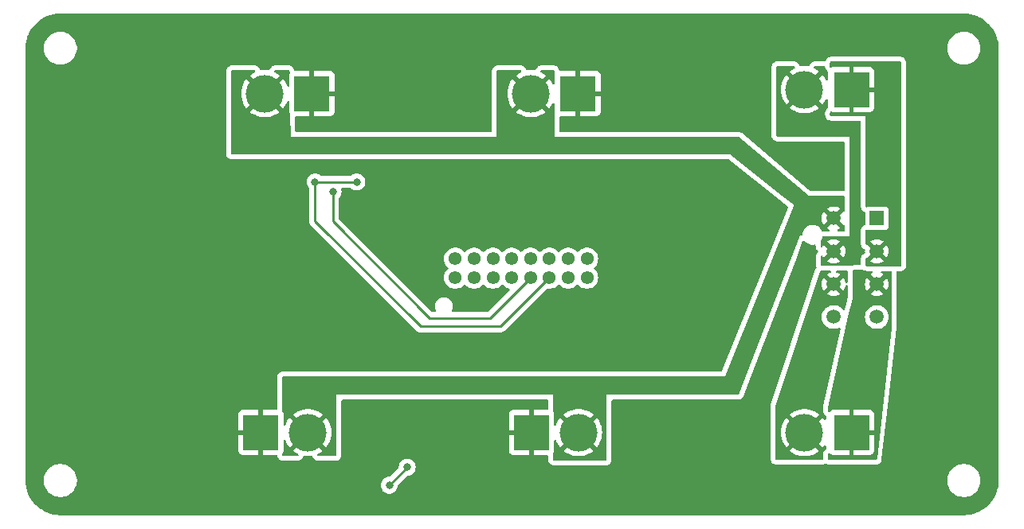
<source format=gbl>
G04 #@! TF.GenerationSoftware,KiCad,Pcbnew,8.0.4*
G04 #@! TF.CreationDate,2025-03-20T14:50:27-05:00*
G04 #@! TF.ProjectId,Turret,54757272-6574-42e6-9b69-6361645f7063,rev?*
G04 #@! TF.SameCoordinates,Original*
G04 #@! TF.FileFunction,Copper,L2,Bot*
G04 #@! TF.FilePolarity,Positive*
%FSLAX46Y46*%
G04 Gerber Fmt 4.6, Leading zero omitted, Abs format (unit mm)*
G04 Created by KiCad (PCBNEW 8.0.4) date 2025-03-20 14:50:27*
%MOMM*%
%LPD*%
G01*
G04 APERTURE LIST*
G04 #@! TA.AperFunction,ComponentPad*
%ADD10R,1.520000X1.520000*%
G04 #@! TD*
G04 #@! TA.AperFunction,ComponentPad*
%ADD11C,1.520000*%
G04 #@! TD*
G04 #@! TA.AperFunction,ComponentPad*
%ADD12R,3.800000X3.800000*%
G04 #@! TD*
G04 #@! TA.AperFunction,ComponentPad*
%ADD13C,4.000000*%
G04 #@! TD*
G04 #@! TA.AperFunction,ComponentPad*
%ADD14C,1.381000*%
G04 #@! TD*
G04 #@! TA.AperFunction,ViaPad*
%ADD15C,0.800000*%
G04 #@! TD*
G04 #@! TA.AperFunction,Conductor*
%ADD16C,0.250000*%
G04 #@! TD*
G04 APERTURE END LIST*
D10*
X131200000Y-56200001D03*
D11*
X131200000Y-59700001D03*
X131200000Y-63200001D03*
X131200000Y-66700001D03*
X126600000Y-56200001D03*
X126600000Y-59700001D03*
X126600000Y-63200001D03*
X126600000Y-66700001D03*
D12*
X71167000Y-42926000D03*
D13*
X66167000Y-42926000D03*
D12*
X128500000Y-42500000D03*
D13*
X123500000Y-42500000D03*
D12*
X99441000Y-42926000D03*
D13*
X94441000Y-42926000D03*
D12*
X128500000Y-79000000D03*
D13*
X123500000Y-79000000D03*
D12*
X65750000Y-78994000D03*
D13*
X70750000Y-78994000D03*
D12*
X94500000Y-78994000D03*
D13*
X99500000Y-78994000D03*
D14*
X86400000Y-60500000D03*
X86400000Y-62500000D03*
X88400000Y-60500000D03*
X88400000Y-62500000D03*
X90400000Y-60500000D03*
X90400000Y-62500000D03*
X92400000Y-60500000D03*
X92400000Y-62500000D03*
X94400000Y-60500000D03*
X94400000Y-62500000D03*
X96400000Y-60500000D03*
X96400000Y-62500000D03*
X98400000Y-60500000D03*
X98400000Y-62500000D03*
X100400000Y-60500000D03*
X100400000Y-62500000D03*
D15*
X71500000Y-52324000D03*
X75946000Y-52324000D03*
X73426000Y-53340000D03*
X81300000Y-82700000D03*
X79400000Y-84600004D03*
D16*
X71500000Y-56500000D02*
X82700000Y-67700000D01*
X91200000Y-67700000D02*
X96400000Y-62500000D01*
X71500000Y-52324000D02*
X71500000Y-56500000D01*
X82700000Y-67700000D02*
X91200000Y-67700000D01*
X75946000Y-52324000D02*
X71500000Y-52324000D01*
X79400000Y-84600000D02*
X81300000Y-82700000D01*
X79400000Y-84600004D02*
X79400000Y-84600000D01*
X73426000Y-56526000D02*
X83700000Y-66800000D01*
X83700000Y-66800000D02*
X90100000Y-66800000D01*
X90100000Y-66800000D02*
X94400000Y-62500000D01*
X73426000Y-53340000D02*
X73426000Y-56526000D01*
G04 #@! TA.AperFunction,Conductor*
G36*
X140453032Y-34400648D02*
G01*
X140806532Y-34418015D01*
X140818640Y-34419208D01*
X140927576Y-34435367D01*
X141165717Y-34470692D01*
X141177635Y-34473062D01*
X141518008Y-34558321D01*
X141529646Y-34561852D01*
X141859996Y-34680054D01*
X141871237Y-34684710D01*
X142096857Y-34791419D01*
X142188433Y-34834731D01*
X142199150Y-34840459D01*
X142500102Y-35020843D01*
X142510220Y-35027603D01*
X142792049Y-35236622D01*
X142801455Y-35244342D01*
X143061436Y-35479974D01*
X143070025Y-35488563D01*
X143231782Y-35667035D01*
X143305657Y-35748544D01*
X143313377Y-35757950D01*
X143522396Y-36039779D01*
X143529156Y-36049897D01*
X143706334Y-36345501D01*
X143709533Y-36350837D01*
X143715270Y-36361570D01*
X143865289Y-36678762D01*
X143869945Y-36690003D01*
X143988147Y-37020353D01*
X143991680Y-37031998D01*
X144076934Y-37372351D01*
X144079308Y-37384287D01*
X144130791Y-37731359D01*
X144131984Y-37743468D01*
X144149351Y-38096966D01*
X144149500Y-38103051D01*
X144149500Y-84096948D01*
X144149351Y-84103033D01*
X144131984Y-84456531D01*
X144130791Y-84468640D01*
X144079308Y-84815712D01*
X144076934Y-84827648D01*
X143991680Y-85168001D01*
X143988147Y-85179646D01*
X143869945Y-85509996D01*
X143865289Y-85521237D01*
X143715270Y-85838429D01*
X143709533Y-85849162D01*
X143529156Y-86150102D01*
X143522396Y-86160220D01*
X143313377Y-86442049D01*
X143305657Y-86451455D01*
X143070033Y-86711428D01*
X143061428Y-86720033D01*
X142801455Y-86955657D01*
X142792049Y-86963377D01*
X142510220Y-87172396D01*
X142500102Y-87179156D01*
X142199162Y-87359533D01*
X142188429Y-87365270D01*
X141871237Y-87515289D01*
X141859996Y-87519945D01*
X141529646Y-87638147D01*
X141518001Y-87641680D01*
X141177648Y-87726934D01*
X141165712Y-87729308D01*
X140818640Y-87780791D01*
X140806531Y-87781984D01*
X140473016Y-87798369D01*
X140453031Y-87799351D01*
X140446949Y-87799500D01*
X44453051Y-87799500D01*
X44446968Y-87799351D01*
X44425811Y-87798311D01*
X44093468Y-87781984D01*
X44081359Y-87780791D01*
X43734287Y-87729308D01*
X43722351Y-87726934D01*
X43381998Y-87641680D01*
X43370353Y-87638147D01*
X43040003Y-87519945D01*
X43028762Y-87515289D01*
X42711570Y-87365270D01*
X42700842Y-87359535D01*
X42399897Y-87179156D01*
X42389779Y-87172396D01*
X42107950Y-86963377D01*
X42098544Y-86955657D01*
X41982295Y-86850296D01*
X41838563Y-86720025D01*
X41829974Y-86711436D01*
X41594342Y-86451455D01*
X41586622Y-86442049D01*
X41377603Y-86160220D01*
X41370843Y-86150102D01*
X41190459Y-85849150D01*
X41184729Y-85838429D01*
X41034710Y-85521237D01*
X41030054Y-85509996D01*
X40911852Y-85179646D01*
X40908319Y-85168001D01*
X40823062Y-84827635D01*
X40820691Y-84815712D01*
X40816619Y-84788263D01*
X40769208Y-84468640D01*
X40768015Y-84456530D01*
X40767351Y-84443022D01*
X40750649Y-84103032D01*
X40750500Y-84096948D01*
X40750500Y-83985010D01*
X42695500Y-83985010D01*
X42695500Y-84214989D01*
X42695501Y-84215005D01*
X42725518Y-84443009D01*
X42725519Y-84443014D01*
X42725520Y-84443020D01*
X42785046Y-84665175D01*
X42785049Y-84665185D01*
X42873057Y-84877654D01*
X42873061Y-84877664D01*
X42988055Y-85076839D01*
X43128064Y-85259303D01*
X43128070Y-85259310D01*
X43290689Y-85421929D01*
X43290696Y-85421935D01*
X43473160Y-85561944D01*
X43672335Y-85676938D01*
X43672336Y-85676938D01*
X43672339Y-85676940D01*
X43884824Y-85764954D01*
X44106980Y-85824480D01*
X44335004Y-85854500D01*
X44335011Y-85854500D01*
X44564989Y-85854500D01*
X44564996Y-85854500D01*
X44793020Y-85824480D01*
X45015176Y-85764954D01*
X45227661Y-85676940D01*
X45426840Y-85561944D01*
X45609305Y-85421934D01*
X45771934Y-85259305D01*
X45911944Y-85076840D01*
X46026940Y-84877661D01*
X46114954Y-84665176D01*
X46132417Y-84600004D01*
X78494540Y-84600004D01*
X78514326Y-84788260D01*
X78514327Y-84788263D01*
X78572818Y-84968281D01*
X78572821Y-84968288D01*
X78667467Y-85132220D01*
X78710170Y-85179646D01*
X78794129Y-85272892D01*
X78947265Y-85384152D01*
X78947270Y-85384155D01*
X79120192Y-85461146D01*
X79120197Y-85461148D01*
X79305354Y-85500504D01*
X79305355Y-85500504D01*
X79494644Y-85500504D01*
X79494646Y-85500504D01*
X79679803Y-85461148D01*
X79852730Y-85384155D01*
X80005871Y-85272892D01*
X80132533Y-85132220D01*
X80227179Y-84968288D01*
X80285674Y-84788260D01*
X80303322Y-84620344D01*
X80329905Y-84555732D01*
X80338952Y-84545636D01*
X80899579Y-83985010D01*
X138695500Y-83985010D01*
X138695500Y-84214989D01*
X138695501Y-84215005D01*
X138725518Y-84443009D01*
X138725519Y-84443014D01*
X138725520Y-84443020D01*
X138785046Y-84665175D01*
X138785049Y-84665185D01*
X138873057Y-84877654D01*
X138873061Y-84877664D01*
X138988055Y-85076839D01*
X139128064Y-85259303D01*
X139128070Y-85259310D01*
X139290689Y-85421929D01*
X139290696Y-85421935D01*
X139473160Y-85561944D01*
X139672335Y-85676938D01*
X139672336Y-85676938D01*
X139672339Y-85676940D01*
X139884824Y-85764954D01*
X140106980Y-85824480D01*
X140335004Y-85854500D01*
X140335011Y-85854500D01*
X140564989Y-85854500D01*
X140564996Y-85854500D01*
X140793020Y-85824480D01*
X141015176Y-85764954D01*
X141227661Y-85676940D01*
X141426840Y-85561944D01*
X141609305Y-85421934D01*
X141771934Y-85259305D01*
X141911944Y-85076840D01*
X142026940Y-84877661D01*
X142114954Y-84665176D01*
X142174480Y-84443020D01*
X142204500Y-84214996D01*
X142204500Y-83985004D01*
X142174480Y-83756980D01*
X142114954Y-83534824D01*
X142026940Y-83322339D01*
X141974907Y-83232216D01*
X141911944Y-83123160D01*
X141771935Y-82940696D01*
X141771929Y-82940689D01*
X141609310Y-82778070D01*
X141609303Y-82778064D01*
X141426839Y-82638055D01*
X141227664Y-82523061D01*
X141227654Y-82523057D01*
X141015185Y-82435049D01*
X141015178Y-82435047D01*
X141015176Y-82435046D01*
X140793020Y-82375520D01*
X140793014Y-82375519D01*
X140793009Y-82375518D01*
X140565005Y-82345501D01*
X140565002Y-82345500D01*
X140564996Y-82345500D01*
X140335004Y-82345500D01*
X140334998Y-82345500D01*
X140334994Y-82345501D01*
X140106990Y-82375518D01*
X140106983Y-82375519D01*
X140106980Y-82375520D01*
X139994846Y-82405566D01*
X139884824Y-82435046D01*
X139884814Y-82435049D01*
X139672345Y-82523057D01*
X139672335Y-82523061D01*
X139473160Y-82638055D01*
X139290696Y-82778064D01*
X139290689Y-82778070D01*
X139128070Y-82940689D01*
X139128064Y-82940696D01*
X138988055Y-83123160D01*
X138873061Y-83322335D01*
X138873057Y-83322345D01*
X138785049Y-83534814D01*
X138785046Y-83534824D01*
X138730376Y-83738859D01*
X138725521Y-83756977D01*
X138725518Y-83756990D01*
X138695501Y-83984994D01*
X138695500Y-83985010D01*
X80899579Y-83985010D01*
X81247771Y-83636819D01*
X81309094Y-83603334D01*
X81335452Y-83600500D01*
X81394644Y-83600500D01*
X81394646Y-83600500D01*
X81579803Y-83561144D01*
X81752730Y-83484151D01*
X81905871Y-83372888D01*
X82032533Y-83232216D01*
X82127179Y-83068284D01*
X82185674Y-82888256D01*
X82205460Y-82700000D01*
X82185674Y-82511744D01*
X82127179Y-82331716D01*
X82032533Y-82167784D01*
X81905871Y-82027112D01*
X81905870Y-82027111D01*
X81752734Y-81915851D01*
X81752729Y-81915848D01*
X81579807Y-81838857D01*
X81579802Y-81838855D01*
X81434001Y-81807865D01*
X81394646Y-81799500D01*
X81205354Y-81799500D01*
X81172897Y-81806398D01*
X81020197Y-81838855D01*
X81020192Y-81838857D01*
X80847270Y-81915848D01*
X80847265Y-81915851D01*
X80694129Y-82027111D01*
X80567466Y-82167785D01*
X80472821Y-82331715D01*
X80472818Y-82331722D01*
X80414327Y-82511740D01*
X80414326Y-82511744D01*
X80413137Y-82523057D01*
X80396678Y-82679651D01*
X80370093Y-82744266D01*
X80361038Y-82754370D01*
X79452225Y-83663185D01*
X79390902Y-83696670D01*
X79364544Y-83699504D01*
X79305354Y-83699504D01*
X79272897Y-83706402D01*
X79120197Y-83738859D01*
X79120192Y-83738861D01*
X78947270Y-83815852D01*
X78947265Y-83815855D01*
X78794129Y-83927115D01*
X78667466Y-84067789D01*
X78572821Y-84231719D01*
X78572818Y-84231726D01*
X78551017Y-84298824D01*
X78514326Y-84411748D01*
X78494540Y-84600004D01*
X46132417Y-84600004D01*
X46174480Y-84443020D01*
X46204500Y-84214996D01*
X46204500Y-83985004D01*
X46174480Y-83756980D01*
X46114954Y-83534824D01*
X46026940Y-83322339D01*
X45974907Y-83232216D01*
X45911944Y-83123160D01*
X45771935Y-82940696D01*
X45771929Y-82940689D01*
X45609310Y-82778070D01*
X45609303Y-82778064D01*
X45426839Y-82638055D01*
X45227664Y-82523061D01*
X45227654Y-82523057D01*
X45015185Y-82435049D01*
X45015178Y-82435047D01*
X45015176Y-82435046D01*
X44793020Y-82375520D01*
X44793014Y-82375519D01*
X44793009Y-82375518D01*
X44565005Y-82345501D01*
X44565002Y-82345500D01*
X44564996Y-82345500D01*
X44335004Y-82345500D01*
X44334998Y-82345500D01*
X44334994Y-82345501D01*
X44106990Y-82375518D01*
X44106983Y-82375519D01*
X44106980Y-82375520D01*
X43994846Y-82405566D01*
X43884824Y-82435046D01*
X43884814Y-82435049D01*
X43672345Y-82523057D01*
X43672335Y-82523061D01*
X43473160Y-82638055D01*
X43290696Y-82778064D01*
X43290689Y-82778070D01*
X43128070Y-82940689D01*
X43128064Y-82940696D01*
X42988055Y-83123160D01*
X42873061Y-83322335D01*
X42873057Y-83322345D01*
X42785049Y-83534814D01*
X42785046Y-83534824D01*
X42730376Y-83738859D01*
X42725521Y-83756977D01*
X42725518Y-83756990D01*
X42695501Y-83984994D01*
X42695500Y-83985010D01*
X40750500Y-83985010D01*
X40750500Y-52324000D01*
X70594540Y-52324000D01*
X70614326Y-52512256D01*
X70614327Y-52512259D01*
X70672818Y-52692277D01*
X70672821Y-52692284D01*
X70767467Y-52856216D01*
X70810772Y-52904310D01*
X70842650Y-52939715D01*
X70872880Y-53002706D01*
X70874500Y-53022687D01*
X70874500Y-56561611D01*
X70898535Y-56682444D01*
X70898540Y-56682461D01*
X70945685Y-56796280D01*
X70945686Y-56796282D01*
X70945688Y-56796286D01*
X70958910Y-56816074D01*
X70977673Y-56844155D01*
X70977675Y-56844157D01*
X71014141Y-56898732D01*
X71014144Y-56898736D01*
X71105586Y-56990178D01*
X71105608Y-56990198D01*
X82211016Y-68095606D01*
X82211045Y-68095637D01*
X82301264Y-68185856D01*
X82301267Y-68185858D01*
X82378190Y-68237256D01*
X82403710Y-68254309D01*
X82403712Y-68254310D01*
X82403715Y-68254312D01*
X82470396Y-68281931D01*
X82470398Y-68281933D01*
X82510640Y-68298601D01*
X82517548Y-68301463D01*
X82577971Y-68313481D01*
X82638393Y-68325500D01*
X91261607Y-68325500D01*
X91322029Y-68313481D01*
X91382452Y-68301463D01*
X91382455Y-68301461D01*
X91382458Y-68301461D01*
X91415787Y-68287654D01*
X91415786Y-68287654D01*
X91415792Y-68287652D01*
X91496286Y-68254312D01*
X91547509Y-68220084D01*
X91598733Y-68185858D01*
X91685858Y-68098733D01*
X91685858Y-68098731D01*
X91696066Y-68088524D01*
X91696067Y-68088521D01*
X96078250Y-63706339D01*
X96139571Y-63672856D01*
X96188708Y-63672133D01*
X96289638Y-63691000D01*
X96289641Y-63691000D01*
X96510360Y-63691000D01*
X96510362Y-63691000D01*
X96727329Y-63650442D01*
X96933149Y-63570707D01*
X97120812Y-63454510D01*
X97283930Y-63305809D01*
X97301046Y-63283142D01*
X97357154Y-63241508D01*
X97426865Y-63236815D01*
X97488048Y-63270557D01*
X97498949Y-63283137D01*
X97516070Y-63305809D01*
X97679188Y-63454510D01*
X97866851Y-63570707D01*
X98072671Y-63650442D01*
X98289638Y-63691000D01*
X98289640Y-63691000D01*
X98510360Y-63691000D01*
X98510362Y-63691000D01*
X98727329Y-63650442D01*
X98933149Y-63570707D01*
X99120812Y-63454510D01*
X99283930Y-63305809D01*
X99301046Y-63283142D01*
X99357154Y-63241508D01*
X99426865Y-63236815D01*
X99488048Y-63270557D01*
X99498949Y-63283137D01*
X99516070Y-63305809D01*
X99679188Y-63454510D01*
X99866851Y-63570707D01*
X100072671Y-63650442D01*
X100289638Y-63691000D01*
X100289640Y-63691000D01*
X100510360Y-63691000D01*
X100510362Y-63691000D01*
X100727329Y-63650442D01*
X100933149Y-63570707D01*
X101120812Y-63454510D01*
X101283930Y-63305809D01*
X101416946Y-63129667D01*
X101515332Y-62932082D01*
X101575736Y-62719783D01*
X101596102Y-62500000D01*
X101575736Y-62280217D01*
X101515332Y-62067918D01*
X101416946Y-61870333D01*
X101283930Y-61694191D01*
X101171431Y-61591635D01*
X101135151Y-61531927D01*
X101136911Y-61462079D01*
X101171431Y-61408364D01*
X101283930Y-61305809D01*
X101416946Y-61129667D01*
X101515332Y-60932082D01*
X101575736Y-60719783D01*
X101596102Y-60500000D01*
X101575736Y-60280217D01*
X101515332Y-60067918D01*
X101416946Y-59870333D01*
X101301046Y-59716856D01*
X101283928Y-59694188D01*
X101120813Y-59545491D01*
X101120812Y-59545490D01*
X100933149Y-59429293D01*
X100933148Y-59429292D01*
X100782653Y-59370990D01*
X100727329Y-59349558D01*
X100510362Y-59309000D01*
X100289638Y-59309000D01*
X100072671Y-59349558D01*
X100072668Y-59349558D01*
X100072668Y-59349559D01*
X99866851Y-59429292D01*
X99866850Y-59429293D01*
X99679186Y-59545491D01*
X99516071Y-59694189D01*
X99498954Y-59716856D01*
X99442844Y-59758492D01*
X99373132Y-59763183D01*
X99311951Y-59729441D01*
X99301046Y-59716856D01*
X99297485Y-59712141D01*
X99283930Y-59694191D01*
X99120812Y-59545490D01*
X98933149Y-59429293D01*
X98933148Y-59429292D01*
X98782653Y-59370990D01*
X98727329Y-59349558D01*
X98510362Y-59309000D01*
X98289638Y-59309000D01*
X98072671Y-59349558D01*
X98072668Y-59349558D01*
X98072668Y-59349559D01*
X97866851Y-59429292D01*
X97866850Y-59429293D01*
X97679186Y-59545491D01*
X97516071Y-59694189D01*
X97498954Y-59716856D01*
X97442844Y-59758492D01*
X97373132Y-59763183D01*
X97311951Y-59729441D01*
X97301046Y-59716856D01*
X97297485Y-59712141D01*
X97283930Y-59694191D01*
X97120812Y-59545490D01*
X96933149Y-59429293D01*
X96933148Y-59429292D01*
X96782653Y-59370990D01*
X96727329Y-59349558D01*
X96510362Y-59309000D01*
X96289638Y-59309000D01*
X96072671Y-59349558D01*
X96072668Y-59349558D01*
X96072668Y-59349559D01*
X95866851Y-59429292D01*
X95866850Y-59429293D01*
X95679186Y-59545491D01*
X95516071Y-59694189D01*
X95498954Y-59716856D01*
X95442844Y-59758492D01*
X95373132Y-59763183D01*
X95311951Y-59729441D01*
X95301046Y-59716856D01*
X95297485Y-59712141D01*
X95283930Y-59694191D01*
X95120812Y-59545490D01*
X94933149Y-59429293D01*
X94933148Y-59429292D01*
X94782653Y-59370990D01*
X94727329Y-59349558D01*
X94510362Y-59309000D01*
X94289638Y-59309000D01*
X94072671Y-59349558D01*
X94072668Y-59349558D01*
X94072668Y-59349559D01*
X93866851Y-59429292D01*
X93866850Y-59429293D01*
X93679186Y-59545491D01*
X93516071Y-59694189D01*
X93498954Y-59716856D01*
X93442844Y-59758492D01*
X93373132Y-59763183D01*
X93311951Y-59729441D01*
X93301046Y-59716856D01*
X93297485Y-59712141D01*
X93283930Y-59694191D01*
X93120812Y-59545490D01*
X92933149Y-59429293D01*
X92933148Y-59429292D01*
X92782653Y-59370990D01*
X92727329Y-59349558D01*
X92510362Y-59309000D01*
X92289638Y-59309000D01*
X92072671Y-59349558D01*
X92072668Y-59349558D01*
X92072668Y-59349559D01*
X91866851Y-59429292D01*
X91866850Y-59429293D01*
X91679186Y-59545491D01*
X91516071Y-59694189D01*
X91498954Y-59716856D01*
X91442844Y-59758492D01*
X91373132Y-59763183D01*
X91311951Y-59729441D01*
X91301046Y-59716856D01*
X91297485Y-59712141D01*
X91283930Y-59694191D01*
X91120812Y-59545490D01*
X90933149Y-59429293D01*
X90933148Y-59429292D01*
X90782653Y-59370990D01*
X90727329Y-59349558D01*
X90510362Y-59309000D01*
X90289638Y-59309000D01*
X90072671Y-59349558D01*
X90072668Y-59349558D01*
X90072668Y-59349559D01*
X89866851Y-59429292D01*
X89866850Y-59429293D01*
X89679186Y-59545491D01*
X89516071Y-59694189D01*
X89498954Y-59716856D01*
X89442844Y-59758492D01*
X89373132Y-59763183D01*
X89311951Y-59729441D01*
X89301046Y-59716856D01*
X89297485Y-59712141D01*
X89283930Y-59694191D01*
X89120812Y-59545490D01*
X88933149Y-59429293D01*
X88933148Y-59429292D01*
X88782653Y-59370990D01*
X88727329Y-59349558D01*
X88510362Y-59309000D01*
X88289638Y-59309000D01*
X88072671Y-59349558D01*
X88072668Y-59349558D01*
X88072668Y-59349559D01*
X87866851Y-59429292D01*
X87866850Y-59429293D01*
X87679186Y-59545491D01*
X87516071Y-59694189D01*
X87498954Y-59716856D01*
X87442844Y-59758492D01*
X87373132Y-59763183D01*
X87311951Y-59729441D01*
X87301046Y-59716856D01*
X87297485Y-59712141D01*
X87283930Y-59694191D01*
X87120812Y-59545490D01*
X86933149Y-59429293D01*
X86933148Y-59429292D01*
X86782653Y-59370990D01*
X86727329Y-59349558D01*
X86510362Y-59309000D01*
X86289638Y-59309000D01*
X86072671Y-59349558D01*
X86072668Y-59349558D01*
X86072668Y-59349559D01*
X85866851Y-59429292D01*
X85866850Y-59429293D01*
X85679186Y-59545491D01*
X85516071Y-59694188D01*
X85383054Y-59870332D01*
X85284669Y-60067914D01*
X85284668Y-60067918D01*
X85225614Y-60275474D01*
X85224263Y-60280221D01*
X85203898Y-60499999D01*
X85203898Y-60500000D01*
X85224263Y-60719778D01*
X85224263Y-60719780D01*
X85224264Y-60719783D01*
X85284668Y-60932082D01*
X85284669Y-60932085D01*
X85383054Y-61129667D01*
X85516071Y-61305811D01*
X85628566Y-61408363D01*
X85664848Y-61468074D01*
X85663087Y-61537922D01*
X85628566Y-61591637D01*
X85516071Y-61694188D01*
X85383054Y-61870332D01*
X85284669Y-62067914D01*
X85224263Y-62280221D01*
X85203898Y-62499999D01*
X85203898Y-62500000D01*
X85224263Y-62719778D01*
X85284669Y-62932085D01*
X85383054Y-63129667D01*
X85516071Y-63305811D01*
X85656395Y-63433731D01*
X85679188Y-63454510D01*
X85866851Y-63570707D01*
X86072671Y-63650442D01*
X86289638Y-63691000D01*
X86289640Y-63691000D01*
X86510360Y-63691000D01*
X86510362Y-63691000D01*
X86727329Y-63650442D01*
X86933149Y-63570707D01*
X87120812Y-63454510D01*
X87283930Y-63305809D01*
X87301046Y-63283142D01*
X87357154Y-63241508D01*
X87426865Y-63236815D01*
X87488048Y-63270557D01*
X87498949Y-63283137D01*
X87516070Y-63305809D01*
X87679188Y-63454510D01*
X87866851Y-63570707D01*
X88072671Y-63650442D01*
X88289638Y-63691000D01*
X88289640Y-63691000D01*
X88510360Y-63691000D01*
X88510362Y-63691000D01*
X88727329Y-63650442D01*
X88933149Y-63570707D01*
X89120812Y-63454510D01*
X89283930Y-63305809D01*
X89301046Y-63283142D01*
X89357154Y-63241508D01*
X89426865Y-63236815D01*
X89488048Y-63270557D01*
X89498949Y-63283137D01*
X89516070Y-63305809D01*
X89679188Y-63454510D01*
X89866851Y-63570707D01*
X90072671Y-63650442D01*
X90289638Y-63691000D01*
X90289640Y-63691000D01*
X90510360Y-63691000D01*
X90510362Y-63691000D01*
X90727329Y-63650442D01*
X90933149Y-63570707D01*
X91120812Y-63454510D01*
X91283930Y-63305809D01*
X91301046Y-63283142D01*
X91357154Y-63241508D01*
X91426865Y-63236815D01*
X91488048Y-63270557D01*
X91498949Y-63283137D01*
X91516070Y-63305809D01*
X91679188Y-63454510D01*
X91866851Y-63570707D01*
X92072671Y-63650442D01*
X92087691Y-63653249D01*
X92149972Y-63684915D01*
X92185247Y-63745226D01*
X92182316Y-63815034D01*
X92152590Y-63862819D01*
X89877229Y-66138181D01*
X89815906Y-66171666D01*
X89789548Y-66174500D01*
X86160046Y-66174500D01*
X86093007Y-66154815D01*
X86047252Y-66102011D01*
X86037308Y-66032853D01*
X86045485Y-66003047D01*
X86045867Y-66002125D01*
X86117819Y-65828417D01*
X86154500Y-65644010D01*
X86154500Y-65455990D01*
X86154500Y-65455987D01*
X86154499Y-65455985D01*
X86117820Y-65271590D01*
X86117819Y-65271583D01*
X86117817Y-65271578D01*
X86045870Y-65097881D01*
X86045863Y-65097868D01*
X85941408Y-64941542D01*
X85941405Y-64941538D01*
X85808461Y-64808594D01*
X85808457Y-64808591D01*
X85652131Y-64704136D01*
X85652118Y-64704129D01*
X85478421Y-64632182D01*
X85478409Y-64632179D01*
X85294013Y-64595500D01*
X85294010Y-64595500D01*
X85105990Y-64595500D01*
X85105987Y-64595500D01*
X84921590Y-64632179D01*
X84921578Y-64632182D01*
X84747881Y-64704129D01*
X84747868Y-64704136D01*
X84591542Y-64808591D01*
X84591538Y-64808594D01*
X84458594Y-64941538D01*
X84458591Y-64941542D01*
X84354136Y-65097868D01*
X84354129Y-65097881D01*
X84282182Y-65271578D01*
X84282179Y-65271590D01*
X84245500Y-65455985D01*
X84245500Y-65644014D01*
X84282179Y-65828409D01*
X84282181Y-65828417D01*
X84354515Y-66003047D01*
X84361984Y-66072517D01*
X84330709Y-66134996D01*
X84270620Y-66170648D01*
X84239954Y-66174500D01*
X84010452Y-66174500D01*
X83943413Y-66154815D01*
X83922771Y-66138181D01*
X74087819Y-56303229D01*
X74054334Y-56241906D01*
X74051500Y-56215548D01*
X74051500Y-54038687D01*
X74071185Y-53971648D01*
X74083350Y-53955715D01*
X74101891Y-53935122D01*
X74158533Y-53872216D01*
X74253179Y-53708284D01*
X74311674Y-53528256D01*
X74331460Y-53340000D01*
X74311674Y-53151744D01*
X74298700Y-53111817D01*
X74296706Y-53041978D01*
X74332786Y-52982145D01*
X74395487Y-52951316D01*
X74416632Y-52949500D01*
X75242252Y-52949500D01*
X75309291Y-52969185D01*
X75334400Y-52990526D01*
X75340126Y-52996885D01*
X75340130Y-52996889D01*
X75493265Y-53108148D01*
X75493270Y-53108151D01*
X75666192Y-53185142D01*
X75666197Y-53185144D01*
X75851354Y-53224500D01*
X75851355Y-53224500D01*
X76040644Y-53224500D01*
X76040646Y-53224500D01*
X76225803Y-53185144D01*
X76398730Y-53108151D01*
X76551871Y-52996888D01*
X76678533Y-52856216D01*
X76773179Y-52692284D01*
X76831674Y-52512256D01*
X76851460Y-52324000D01*
X76831674Y-52135744D01*
X76773179Y-51955716D01*
X76678533Y-51791784D01*
X76551871Y-51651112D01*
X76551870Y-51651111D01*
X76398734Y-51539851D01*
X76398729Y-51539848D01*
X76225807Y-51462857D01*
X76225802Y-51462855D01*
X76080001Y-51431865D01*
X76040646Y-51423500D01*
X75851354Y-51423500D01*
X75818897Y-51430398D01*
X75666197Y-51462855D01*
X75666192Y-51462857D01*
X75493270Y-51539848D01*
X75493265Y-51539851D01*
X75340130Y-51651110D01*
X75340126Y-51651114D01*
X75334400Y-51657474D01*
X75274913Y-51694121D01*
X75242252Y-51698500D01*
X72203748Y-51698500D01*
X72136709Y-51678815D01*
X72111600Y-51657474D01*
X72105873Y-51651114D01*
X72105869Y-51651110D01*
X71952734Y-51539851D01*
X71952729Y-51539848D01*
X71779807Y-51462857D01*
X71779802Y-51462855D01*
X71634001Y-51431865D01*
X71594646Y-51423500D01*
X71405354Y-51423500D01*
X71372897Y-51430398D01*
X71220197Y-51462855D01*
X71220192Y-51462857D01*
X71047270Y-51539848D01*
X71047265Y-51539851D01*
X70894129Y-51651111D01*
X70767466Y-51791785D01*
X70672821Y-51955715D01*
X70672818Y-51955722D01*
X70614327Y-52135740D01*
X70614326Y-52135744D01*
X70594540Y-52324000D01*
X40750500Y-52324000D01*
X40750500Y-40550000D01*
X62061500Y-40550000D01*
X62061500Y-49279000D01*
X62061501Y-49279009D01*
X62073052Y-49386450D01*
X62073054Y-49386462D01*
X62084260Y-49437972D01*
X62118383Y-49540497D01*
X62118386Y-49540503D01*
X62196171Y-49661537D01*
X62196179Y-49661548D01*
X62241923Y-49714340D01*
X62241926Y-49714343D01*
X62241930Y-49714347D01*
X62350664Y-49808567D01*
X62481541Y-49868338D01*
X62548580Y-49888023D01*
X62548584Y-49888024D01*
X62691000Y-49908500D01*
X115350288Y-49908500D01*
X115417327Y-49928185D01*
X115427447Y-49935430D01*
X120811878Y-54215401D01*
X121733352Y-54947861D01*
X121773583Y-55004986D01*
X121776544Y-55074793D01*
X121771160Y-55091390D01*
X114756516Y-72449660D01*
X114713148Y-72504441D01*
X114647047Y-72527079D01*
X114641462Y-72527201D01*
X112040410Y-72525377D01*
X112029194Y-72525370D01*
X112029193Y-72525370D01*
X112029191Y-72525369D01*
X68251395Y-72494673D01*
X68128440Y-72494587D01*
X68128439Y-72494587D01*
X68128436Y-72494587D01*
X68020813Y-72506101D01*
X68020788Y-72506105D01*
X67969202Y-72517309D01*
X67969199Y-72517310D01*
X67866499Y-72551472D01*
X67866492Y-72551476D01*
X67745462Y-72629257D01*
X67745451Y-72629266D01*
X67692659Y-72675010D01*
X67598433Y-72783751D01*
X67598430Y-72783755D01*
X67538664Y-72914621D01*
X67518976Y-72981669D01*
X67498500Y-73124088D01*
X67498500Y-76470000D01*
X67478815Y-76537039D01*
X67426011Y-76582794D01*
X67374500Y-76594000D01*
X66000000Y-76594000D01*
X66000000Y-77666768D01*
X65856247Y-77644000D01*
X65643753Y-77644000D01*
X65500000Y-77666768D01*
X65500000Y-76594000D01*
X63802155Y-76594000D01*
X63742627Y-76600401D01*
X63742620Y-76600403D01*
X63607913Y-76650645D01*
X63607906Y-76650649D01*
X63492812Y-76736809D01*
X63492809Y-76736812D01*
X63406649Y-76851906D01*
X63406645Y-76851913D01*
X63356403Y-76986620D01*
X63356401Y-76986627D01*
X63350000Y-77046155D01*
X63350000Y-78744000D01*
X64422769Y-78744000D01*
X64400000Y-78887753D01*
X64400000Y-79100247D01*
X64422769Y-79244000D01*
X63350000Y-79244000D01*
X63350000Y-80941844D01*
X63356401Y-81001372D01*
X63356403Y-81001379D01*
X63406645Y-81136086D01*
X63406649Y-81136093D01*
X63492809Y-81251187D01*
X63492812Y-81251190D01*
X63607906Y-81337350D01*
X63607913Y-81337354D01*
X63742620Y-81387596D01*
X63742627Y-81387598D01*
X63802155Y-81393999D01*
X63802172Y-81394000D01*
X65500000Y-81394000D01*
X65500000Y-80321231D01*
X65643753Y-80344000D01*
X65856247Y-80344000D01*
X66000000Y-80321231D01*
X66000000Y-81394000D01*
X67390668Y-81394000D01*
X67457707Y-81413685D01*
X67503462Y-81466489D01*
X67511834Y-81491642D01*
X67521259Y-81534970D01*
X67555383Y-81637497D01*
X67555386Y-81637503D01*
X67633171Y-81758537D01*
X67633179Y-81758548D01*
X67678923Y-81811340D01*
X67678926Y-81811343D01*
X67678930Y-81811347D01*
X67787664Y-81905567D01*
X67787667Y-81905568D01*
X67787668Y-81905569D01*
X67881925Y-81948616D01*
X67918541Y-81965338D01*
X67985580Y-81985023D01*
X67985584Y-81985024D01*
X68128000Y-82005500D01*
X68128003Y-82005500D01*
X69638221Y-82005500D01*
X69638222Y-82005500D01*
X69758331Y-81991023D01*
X69815569Y-81977022D01*
X69928799Y-81934422D01*
X70045683Y-81850518D01*
X70096066Y-81802111D01*
X70184573Y-81688682D01*
X70237542Y-81554906D01*
X70237545Y-81554891D01*
X70238343Y-81552366D01*
X70238843Y-81551620D01*
X70239173Y-81550788D01*
X70239353Y-81550859D01*
X70277280Y-81494351D01*
X70341400Y-81466597D01*
X70372142Y-81466640D01*
X70592670Y-81494499D01*
X70592679Y-81494499D01*
X70592682Y-81494500D01*
X70592684Y-81494500D01*
X70907316Y-81494500D01*
X70907318Y-81494500D01*
X70907323Y-81494499D01*
X70907327Y-81494499D01*
X70994741Y-81483456D01*
X71130251Y-81466337D01*
X71199229Y-81477464D01*
X71251242Y-81524117D01*
X71264770Y-81554423D01*
X71289165Y-81637503D01*
X71289167Y-81637507D01*
X71366949Y-81758537D01*
X71366957Y-81758548D01*
X71412701Y-81811340D01*
X71412704Y-81811343D01*
X71412708Y-81811347D01*
X71521442Y-81905567D01*
X71521445Y-81905568D01*
X71521446Y-81905569D01*
X71615703Y-81948616D01*
X71652319Y-81965338D01*
X71719358Y-81985023D01*
X71719362Y-81985024D01*
X71861778Y-82005500D01*
X71861781Y-82005500D01*
X73679990Y-82005500D01*
X73680000Y-82005500D01*
X73787456Y-81993947D01*
X73838967Y-81982741D01*
X73873197Y-81971347D01*
X73941497Y-81948616D01*
X73941501Y-81948613D01*
X73941504Y-81948613D01*
X74062543Y-81870825D01*
X74115347Y-81825070D01*
X74209567Y-81716336D01*
X74269338Y-81585459D01*
X74289023Y-81518420D01*
X74289024Y-81518416D01*
X74309500Y-81376000D01*
X74309500Y-75629500D01*
X74329185Y-75562461D01*
X74381989Y-75516706D01*
X74433500Y-75505500D01*
X96170500Y-75505500D01*
X96237539Y-75525185D01*
X96283294Y-75577989D01*
X96294500Y-75629500D01*
X96294500Y-76470000D01*
X96274815Y-76537039D01*
X96222011Y-76582794D01*
X96170500Y-76594000D01*
X94750000Y-76594000D01*
X94750000Y-77666768D01*
X94606247Y-77644000D01*
X94393753Y-77644000D01*
X94250000Y-77666768D01*
X94250000Y-76594000D01*
X92552155Y-76594000D01*
X92492627Y-76600401D01*
X92492620Y-76600403D01*
X92357913Y-76650645D01*
X92357906Y-76650649D01*
X92242812Y-76736809D01*
X92242809Y-76736812D01*
X92156649Y-76851906D01*
X92156645Y-76851913D01*
X92106403Y-76986620D01*
X92106401Y-76986627D01*
X92100000Y-77046155D01*
X92100000Y-78744000D01*
X93172769Y-78744000D01*
X93150000Y-78887753D01*
X93150000Y-79100247D01*
X93172769Y-79244000D01*
X92100000Y-79244000D01*
X92100000Y-80941844D01*
X92106401Y-81001372D01*
X92106403Y-81001379D01*
X92156645Y-81136086D01*
X92156649Y-81136093D01*
X92242809Y-81251187D01*
X92242812Y-81251190D01*
X92357906Y-81337350D01*
X92357913Y-81337354D01*
X92492620Y-81387596D01*
X92492627Y-81387598D01*
X92552155Y-81393999D01*
X92552172Y-81394000D01*
X94250000Y-81394000D01*
X94250000Y-80321231D01*
X94393753Y-80344000D01*
X94606247Y-80344000D01*
X94750000Y-80321231D01*
X94750000Y-81394000D01*
X96170500Y-81394000D01*
X96237539Y-81413685D01*
X96283294Y-81466489D01*
X96294500Y-81518000D01*
X96294500Y-81876000D01*
X96294501Y-81876009D01*
X96306052Y-81983450D01*
X96306054Y-81983462D01*
X96317260Y-82034972D01*
X96351383Y-82137497D01*
X96351386Y-82137503D01*
X96429171Y-82258537D01*
X96429179Y-82258548D01*
X96474923Y-82311340D01*
X96474926Y-82311343D01*
X96474930Y-82311347D01*
X96583664Y-82405567D01*
X96583667Y-82405568D01*
X96583668Y-82405569D01*
X96677925Y-82448616D01*
X96714541Y-82465338D01*
X96781580Y-82485023D01*
X96781584Y-82485024D01*
X96924000Y-82505500D01*
X96924003Y-82505500D01*
X102375990Y-82505500D01*
X102376000Y-82505500D01*
X102483456Y-82493947D01*
X102534967Y-82482741D01*
X102569197Y-82471347D01*
X102637497Y-82448616D01*
X102637501Y-82448613D01*
X102637504Y-82448613D01*
X102758543Y-82370825D01*
X102811347Y-82325070D01*
X102905567Y-82216336D01*
X102965338Y-82085459D01*
X102985023Y-82018420D01*
X102985024Y-82018416D01*
X103005500Y-81876000D01*
X103005500Y-75629500D01*
X103025185Y-75562461D01*
X103077989Y-75516706D01*
X103129500Y-75505500D01*
X116414861Y-75505500D01*
X116430283Y-75505264D01*
X116430313Y-75505263D01*
X116430318Y-75505263D01*
X116432984Y-75505181D01*
X116437955Y-75505029D01*
X116453404Y-75504317D01*
X116453407Y-75504316D01*
X116453414Y-75504316D01*
X116594307Y-75475149D01*
X116660014Y-75451392D01*
X116786981Y-75383712D01*
X116889739Y-75283003D01*
X116932171Y-75227494D01*
X117002392Y-75101916D01*
X117762860Y-73124088D01*
X122501847Y-60798902D01*
X123330378Y-58644053D01*
X123372810Y-58588545D01*
X123438517Y-58564788D01*
X123506637Y-58580327D01*
X123546957Y-58617575D01*
X123547053Y-58617497D01*
X123547619Y-58618187D01*
X123549220Y-58619666D01*
X123550915Y-58622203D01*
X123550919Y-58622208D01*
X123697792Y-58769081D01*
X123697796Y-58769084D01*
X123870507Y-58884487D01*
X123870508Y-58884487D01*
X123870509Y-58884488D01*
X123870511Y-58884489D01*
X124062409Y-58963975D01*
X124062414Y-58963977D01*
X124266136Y-59004500D01*
X124266139Y-59004501D01*
X124266141Y-59004501D01*
X124473861Y-59004501D01*
X124553372Y-58988685D01*
X124622964Y-58994912D01*
X124678141Y-59037775D01*
X124701386Y-59103664D01*
X124701561Y-59109432D01*
X124701847Y-59150265D01*
X124701848Y-59150285D01*
X124713336Y-59253935D01*
X124713337Y-59253942D01*
X124724131Y-59303677D01*
X124756655Y-59402786D01*
X124756657Y-59402789D01*
X124756658Y-59402792D01*
X124773393Y-59429293D01*
X124833481Y-59524447D01*
X124833484Y-59524450D01*
X124878815Y-59577612D01*
X124878834Y-59577630D01*
X124924613Y-59617938D01*
X124961920Y-59677014D01*
X124961365Y-59746881D01*
X124924528Y-59804143D01*
X124900734Y-59825054D01*
X124900728Y-59825060D01*
X124807276Y-59934448D01*
X124807275Y-59934449D01*
X124748423Y-60065746D01*
X124729211Y-60132914D01*
X124729207Y-60132931D01*
X124709732Y-60275468D01*
X124709732Y-60275474D01*
X124713400Y-60798901D01*
X124715649Y-61119808D01*
X124715649Y-61119814D01*
X124727568Y-61225445D01*
X124727569Y-61225450D01*
X124727570Y-61225456D01*
X124738773Y-61276098D01*
X124752941Y-61318417D01*
X124772521Y-61376904D01*
X124774312Y-61380638D01*
X124774824Y-61383783D01*
X124774967Y-61384209D01*
X124774897Y-61384232D01*
X124785550Y-61449598D01*
X124764616Y-61504603D01*
X124744310Y-61534078D01*
X124743755Y-61534869D01*
X124743690Y-61534977D01*
X124679755Y-61663881D01*
X124174799Y-63199791D01*
X119934981Y-76095899D01*
X119934978Y-76095915D01*
X119925987Y-76123261D01*
X119907066Y-76201178D01*
X119907063Y-76201196D01*
X119900863Y-76239900D01*
X119900860Y-76239923D01*
X119894500Y-76319842D01*
X119894500Y-76319860D01*
X119894500Y-81776000D01*
X119894501Y-81776009D01*
X119906052Y-81883450D01*
X119906054Y-81883462D01*
X119917260Y-81934972D01*
X119951383Y-82037497D01*
X119951386Y-82037503D01*
X120029171Y-82158537D01*
X120029179Y-82158548D01*
X120074923Y-82211340D01*
X120074926Y-82211343D01*
X120074930Y-82211347D01*
X120183664Y-82305567D01*
X120183667Y-82305568D01*
X120183668Y-82305569D01*
X120271102Y-82345500D01*
X120314541Y-82365338D01*
X120381580Y-82385023D01*
X120381584Y-82385024D01*
X120524000Y-82405500D01*
X120524003Y-82405500D01*
X125370490Y-82405500D01*
X125370500Y-82405500D01*
X125477956Y-82393947D01*
X125529467Y-82382741D01*
X125632004Y-82348613D01*
X125677198Y-82319567D01*
X125744236Y-82299882D01*
X125795751Y-82311088D01*
X125877921Y-82348614D01*
X125914541Y-82365338D01*
X125981580Y-82385023D01*
X125981584Y-82385024D01*
X126124000Y-82405500D01*
X126124003Y-82405500D01*
X131089268Y-82405500D01*
X131089275Y-82405500D01*
X131168666Y-82399227D01*
X131207131Y-82393110D01*
X131284546Y-82374447D01*
X131413585Y-82310804D01*
X131471211Y-82271295D01*
X131471213Y-82271293D01*
X131471220Y-82271286D01*
X131471774Y-82270826D01*
X131473062Y-82269590D01*
X131577094Y-82173873D01*
X131580756Y-82167784D01*
X131598964Y-82137503D01*
X131651239Y-82050569D01*
X131678357Y-81986176D01*
X131714761Y-81846977D01*
X131715683Y-81838857D01*
X132440501Y-75451392D01*
X133301486Y-67863966D01*
X133303902Y-67835524D01*
X133304693Y-67821543D01*
X133305500Y-67792989D01*
X133305500Y-61929500D01*
X133325185Y-61862461D01*
X133377989Y-61816706D01*
X133429500Y-61805500D01*
X133675990Y-61805500D01*
X133676000Y-61805500D01*
X133783456Y-61793947D01*
X133834967Y-61782741D01*
X133893729Y-61763183D01*
X133937497Y-61748616D01*
X133937501Y-61748613D01*
X133937504Y-61748613D01*
X134058543Y-61670825D01*
X134111347Y-61625070D01*
X134205567Y-61516336D01*
X134265338Y-61385459D01*
X134285023Y-61318420D01*
X134285024Y-61318416D01*
X134305500Y-61176000D01*
X134305500Y-39624000D01*
X134293947Y-39516544D01*
X134282741Y-39465033D01*
X134282637Y-39464722D01*
X134248616Y-39362502D01*
X134248613Y-39362496D01*
X134197950Y-39283664D01*
X134170825Y-39241457D01*
X134170820Y-39241451D01*
X134125076Y-39188659D01*
X134125072Y-39188656D01*
X134125070Y-39188653D01*
X134016336Y-39094433D01*
X134016333Y-39094431D01*
X134016331Y-39094430D01*
X133885465Y-39034664D01*
X133885460Y-39034662D01*
X133885459Y-39034662D01*
X133818420Y-39014977D01*
X133818422Y-39014977D01*
X133818417Y-39014976D01*
X133756347Y-39006052D01*
X133676000Y-38994500D01*
X126324000Y-38994500D01*
X126323991Y-38994500D01*
X126323990Y-38994501D01*
X126216549Y-39006052D01*
X126216537Y-39006054D01*
X126165027Y-39017260D01*
X126062502Y-39051383D01*
X126062496Y-39051386D01*
X125941462Y-39129171D01*
X125941451Y-39129179D01*
X125888659Y-39174923D01*
X125794433Y-39283664D01*
X125794430Y-39283668D01*
X125734664Y-39414534D01*
X125733211Y-39418431D01*
X125691336Y-39474362D01*
X125625871Y-39498776D01*
X125599385Y-39497829D01*
X125576231Y-39494500D01*
X124624839Y-39494500D01*
X124624835Y-39494500D01*
X124535800Y-39502402D01*
X124535797Y-39502403D01*
X124492806Y-39510096D01*
X124406535Y-39533564D01*
X124280065Y-39602153D01*
X124280058Y-39602157D01*
X124224182Y-39643737D01*
X124223996Y-39643875D01*
X124121972Y-39745322D01*
X124052658Y-39871409D01*
X124028056Y-39936803D01*
X124026795Y-39941054D01*
X124024796Y-39940460D01*
X123995122Y-39994233D01*
X123933650Y-40027444D01*
X123892293Y-40029183D01*
X123657329Y-39999500D01*
X123657318Y-39999500D01*
X123342682Y-39999500D01*
X123342670Y-39999500D01*
X123105454Y-40029468D01*
X123036476Y-40018341D01*
X122984464Y-39971688D01*
X122970937Y-39941383D01*
X122947774Y-39862496D01*
X122869986Y-39741457D01*
X122869981Y-39741451D01*
X122824237Y-39688659D01*
X122824233Y-39688656D01*
X122824231Y-39688653D01*
X122715497Y-39594433D01*
X122715494Y-39594431D01*
X122715492Y-39594430D01*
X122584626Y-39534664D01*
X122584621Y-39534662D01*
X122584620Y-39534662D01*
X122517581Y-39514977D01*
X122517583Y-39514977D01*
X122517578Y-39514976D01*
X122430128Y-39502403D01*
X122375161Y-39494500D01*
X120624000Y-39494500D01*
X120623991Y-39494500D01*
X120623990Y-39494501D01*
X120516549Y-39506052D01*
X120516537Y-39506054D01*
X120465027Y-39517260D01*
X120362502Y-39551383D01*
X120362496Y-39551386D01*
X120241462Y-39629171D01*
X120241451Y-39629179D01*
X120188659Y-39674923D01*
X120094433Y-39783664D01*
X120094430Y-39783668D01*
X120034664Y-39914534D01*
X120016209Y-39977386D01*
X120014977Y-39981580D01*
X120014976Y-39981584D01*
X119994500Y-40124000D01*
X119994500Y-47376000D01*
X119994501Y-47376009D01*
X120006052Y-47483450D01*
X120006054Y-47483462D01*
X120017260Y-47534972D01*
X120051383Y-47637497D01*
X120051386Y-47637503D01*
X120129171Y-47758537D01*
X120129179Y-47758548D01*
X120174923Y-47811340D01*
X120174926Y-47811343D01*
X120174930Y-47811347D01*
X120283664Y-47905567D01*
X120414541Y-47965338D01*
X120481580Y-47985023D01*
X120481584Y-47985024D01*
X120624000Y-48005500D01*
X127670500Y-48005500D01*
X127737539Y-48025185D01*
X127783294Y-48077989D01*
X127794500Y-48129500D01*
X127794500Y-53170500D01*
X127774815Y-53237539D01*
X127722011Y-53283294D01*
X127670500Y-53294500D01*
X124229308Y-53294500D01*
X124162269Y-53274815D01*
X124149552Y-53265447D01*
X123921044Y-53073500D01*
X116859720Y-47141988D01*
X116834392Y-47122055D01*
X116834377Y-47122043D01*
X116821688Y-47112695D01*
X116795170Y-47094435D01*
X116795169Y-47094434D01*
X116795167Y-47094433D01*
X116712729Y-47056783D01*
X116664293Y-47034663D01*
X116597248Y-47014976D01*
X116549775Y-47008150D01*
X116454831Y-46994500D01*
X116454829Y-46994500D01*
X97570500Y-46994500D01*
X97503461Y-46974815D01*
X97457706Y-46922011D01*
X97446500Y-46870500D01*
X97446500Y-45450000D01*
X97466185Y-45382961D01*
X97518989Y-45337206D01*
X97570500Y-45326000D01*
X99191000Y-45326000D01*
X99191000Y-44253231D01*
X99334753Y-44276000D01*
X99547247Y-44276000D01*
X99691000Y-44253231D01*
X99691000Y-45326000D01*
X101388828Y-45326000D01*
X101388844Y-45325999D01*
X101448372Y-45319598D01*
X101448379Y-45319596D01*
X101583086Y-45269354D01*
X101583093Y-45269350D01*
X101698187Y-45183190D01*
X101698190Y-45183187D01*
X101784350Y-45068093D01*
X101784354Y-45068086D01*
X101834596Y-44933379D01*
X101834598Y-44933372D01*
X101840999Y-44873844D01*
X101841000Y-44873827D01*
X101841000Y-43176000D01*
X100768231Y-43176000D01*
X100791000Y-43032247D01*
X100791000Y-42819753D01*
X100768231Y-42676000D01*
X101841000Y-42676000D01*
X101841000Y-40978172D01*
X101840999Y-40978155D01*
X101834598Y-40918627D01*
X101834596Y-40918620D01*
X101784354Y-40783913D01*
X101784350Y-40783906D01*
X101698190Y-40668812D01*
X101698187Y-40668809D01*
X101583093Y-40582649D01*
X101583086Y-40582645D01*
X101448379Y-40532403D01*
X101448372Y-40532401D01*
X101388844Y-40526000D01*
X99691000Y-40526000D01*
X99691000Y-41598768D01*
X99547247Y-41576000D01*
X99334753Y-41576000D01*
X99191000Y-41598768D01*
X99191000Y-40526000D01*
X97553027Y-40526000D01*
X97485988Y-40506315D01*
X97440233Y-40453511D01*
X97431861Y-40428359D01*
X97430093Y-40420233D01*
X97423741Y-40391033D01*
X97422719Y-40387963D01*
X97389616Y-40288502D01*
X97389613Y-40288496D01*
X97311828Y-40167462D01*
X97311825Y-40167457D01*
X97311820Y-40167451D01*
X97266076Y-40114659D01*
X97266072Y-40114656D01*
X97266070Y-40114653D01*
X97157336Y-40020433D01*
X97157333Y-40020431D01*
X97157331Y-40020430D01*
X97026465Y-39960664D01*
X97026460Y-39960662D01*
X97026459Y-39960662D01*
X96967192Y-39943259D01*
X96959417Y-39940976D01*
X96871967Y-39928403D01*
X96817000Y-39920500D01*
X95565839Y-39920500D01*
X95565835Y-39920500D01*
X95476800Y-39928402D01*
X95476797Y-39928403D01*
X95433806Y-39936096D01*
X95347535Y-39959564D01*
X95221065Y-40028153D01*
X95221058Y-40028157D01*
X95165182Y-40069737D01*
X95164996Y-40069875D01*
X95062972Y-40171322D01*
X94993658Y-40297409D01*
X94969056Y-40362803D01*
X94967795Y-40367054D01*
X94965796Y-40366460D01*
X94936122Y-40420233D01*
X94874650Y-40453444D01*
X94833293Y-40455183D01*
X94598329Y-40425500D01*
X94598318Y-40425500D01*
X94283682Y-40425500D01*
X94283670Y-40425500D01*
X94046454Y-40455468D01*
X93977476Y-40444341D01*
X93925464Y-40397688D01*
X93911937Y-40367383D01*
X93888774Y-40288496D01*
X93810986Y-40167457D01*
X93810981Y-40167451D01*
X93765237Y-40114659D01*
X93765233Y-40114656D01*
X93765231Y-40114653D01*
X93656497Y-40020433D01*
X93656494Y-40020431D01*
X93656492Y-40020430D01*
X93525626Y-39960664D01*
X93525621Y-39960662D01*
X93525620Y-39960662D01*
X93466353Y-39943259D01*
X93458578Y-39940976D01*
X93371128Y-39928403D01*
X93316161Y-39920500D01*
X90920000Y-39920500D01*
X90919991Y-39920500D01*
X90919990Y-39920501D01*
X90812549Y-39932052D01*
X90812537Y-39932054D01*
X90761027Y-39943260D01*
X90658502Y-39977383D01*
X90658496Y-39977386D01*
X90537462Y-40055171D01*
X90537451Y-40055179D01*
X90484659Y-40100923D01*
X90390433Y-40209664D01*
X90390430Y-40209668D01*
X90330664Y-40340534D01*
X90310976Y-40407582D01*
X90305691Y-40444341D01*
X90291626Y-40542172D01*
X90290500Y-40550001D01*
X90290500Y-46870500D01*
X90270815Y-46937539D01*
X90218011Y-46983294D01*
X90166500Y-46994500D01*
X69521717Y-46994500D01*
X69454678Y-46974815D01*
X69408923Y-46922011D01*
X69397727Y-46872043D01*
X69380055Y-45451543D01*
X69398904Y-45384263D01*
X69451134Y-45337855D01*
X69504045Y-45326000D01*
X70917000Y-45326000D01*
X70917000Y-44253231D01*
X71060753Y-44276000D01*
X71273247Y-44276000D01*
X71417000Y-44253231D01*
X71417000Y-45326000D01*
X73114828Y-45326000D01*
X73114844Y-45325999D01*
X73174372Y-45319598D01*
X73174379Y-45319596D01*
X73309086Y-45269354D01*
X73309093Y-45269350D01*
X73424187Y-45183190D01*
X73424190Y-45183187D01*
X73510350Y-45068093D01*
X73510354Y-45068086D01*
X73560596Y-44933379D01*
X73560598Y-44933372D01*
X73566999Y-44873844D01*
X73567000Y-44873827D01*
X73567000Y-43176000D01*
X72494231Y-43176000D01*
X72517000Y-43032247D01*
X72517000Y-42819753D01*
X72494231Y-42676000D01*
X73567000Y-42676000D01*
X73567000Y-40978172D01*
X73566999Y-40978155D01*
X73560598Y-40918627D01*
X73560596Y-40918620D01*
X73510354Y-40783913D01*
X73510350Y-40783906D01*
X73424190Y-40668812D01*
X73424187Y-40668809D01*
X73309093Y-40582649D01*
X73309086Y-40582645D01*
X73174379Y-40532403D01*
X73174372Y-40532401D01*
X73114844Y-40526000D01*
X71417000Y-40526000D01*
X71417000Y-41598768D01*
X71273247Y-41576000D01*
X71060753Y-41576000D01*
X70917000Y-41598768D01*
X70917000Y-40526000D01*
X69425816Y-40526000D01*
X69358777Y-40506315D01*
X69313022Y-40453511D01*
X69304816Y-40429112D01*
X69295596Y-40387963D01*
X69265143Y-40297409D01*
X69262146Y-40288496D01*
X69211486Y-40209668D01*
X69184362Y-40167462D01*
X69184353Y-40167451D01*
X69138609Y-40114659D01*
X69138605Y-40114656D01*
X69138603Y-40114653D01*
X69029869Y-40020433D01*
X69029866Y-40020431D01*
X69029864Y-40020430D01*
X68898998Y-39960664D01*
X68898993Y-39960662D01*
X68898992Y-39960662D01*
X68839725Y-39943259D01*
X68831950Y-39940976D01*
X68744500Y-39928403D01*
X68689533Y-39920500D01*
X67291839Y-39920500D01*
X67291835Y-39920500D01*
X67202800Y-39928402D01*
X67202797Y-39928403D01*
X67159806Y-39936096D01*
X67073535Y-39959564D01*
X66947065Y-40028153D01*
X66947058Y-40028157D01*
X66891182Y-40069737D01*
X66890996Y-40069875D01*
X66788972Y-40171322D01*
X66719658Y-40297409D01*
X66695056Y-40362803D01*
X66693795Y-40367054D01*
X66691796Y-40366460D01*
X66662122Y-40420233D01*
X66600650Y-40453444D01*
X66559293Y-40455183D01*
X66324329Y-40425500D01*
X66324318Y-40425500D01*
X66009682Y-40425500D01*
X66009670Y-40425500D01*
X65772454Y-40455468D01*
X65703476Y-40444341D01*
X65651464Y-40397688D01*
X65637937Y-40367383D01*
X65614774Y-40288496D01*
X65536986Y-40167457D01*
X65536981Y-40167451D01*
X65491237Y-40114659D01*
X65491233Y-40114656D01*
X65491231Y-40114653D01*
X65382497Y-40020433D01*
X65382494Y-40020431D01*
X65382492Y-40020430D01*
X65251626Y-39960664D01*
X65251621Y-39960662D01*
X65251620Y-39960662D01*
X65192353Y-39943259D01*
X65184578Y-39940976D01*
X65097128Y-39928403D01*
X65042161Y-39920500D01*
X62691000Y-39920500D01*
X62690991Y-39920500D01*
X62690990Y-39920501D01*
X62583549Y-39932052D01*
X62583537Y-39932054D01*
X62532027Y-39943260D01*
X62429502Y-39977383D01*
X62429496Y-39977386D01*
X62308462Y-40055171D01*
X62308451Y-40055179D01*
X62255659Y-40100923D01*
X62161433Y-40209664D01*
X62161430Y-40209668D01*
X62101664Y-40340534D01*
X62081976Y-40407582D01*
X62076691Y-40444341D01*
X62061500Y-40550000D01*
X40750500Y-40550000D01*
X40750500Y-38103051D01*
X40750649Y-38096967D01*
X40756149Y-37985010D01*
X42695500Y-37985010D01*
X42695500Y-38214989D01*
X42695501Y-38215005D01*
X42725518Y-38443009D01*
X42725519Y-38443014D01*
X42725520Y-38443020D01*
X42725521Y-38443022D01*
X42785046Y-38665175D01*
X42785049Y-38665185D01*
X42873057Y-38877654D01*
X42873061Y-38877664D01*
X42988055Y-39076839D01*
X43128064Y-39259303D01*
X43128070Y-39259310D01*
X43290689Y-39421929D01*
X43290696Y-39421935D01*
X43473160Y-39561944D01*
X43672335Y-39676938D01*
X43672336Y-39676938D01*
X43672339Y-39676940D01*
X43884824Y-39764954D01*
X44106980Y-39824480D01*
X44335004Y-39854500D01*
X44335011Y-39854500D01*
X44564989Y-39854500D01*
X44564996Y-39854500D01*
X44793020Y-39824480D01*
X45015176Y-39764954D01*
X45227661Y-39676940D01*
X45426840Y-39561944D01*
X45609305Y-39421934D01*
X45771934Y-39259305D01*
X45911944Y-39076840D01*
X46026940Y-38877661D01*
X46114954Y-38665176D01*
X46174480Y-38443020D01*
X46204500Y-38214996D01*
X46204500Y-37985010D01*
X138695500Y-37985010D01*
X138695500Y-38214989D01*
X138695501Y-38215005D01*
X138725518Y-38443009D01*
X138725519Y-38443014D01*
X138725520Y-38443020D01*
X138725521Y-38443022D01*
X138785046Y-38665175D01*
X138785049Y-38665185D01*
X138873057Y-38877654D01*
X138873061Y-38877664D01*
X138988055Y-39076839D01*
X139128064Y-39259303D01*
X139128070Y-39259310D01*
X139290689Y-39421929D01*
X139290696Y-39421935D01*
X139473160Y-39561944D01*
X139672335Y-39676938D01*
X139672336Y-39676938D01*
X139672339Y-39676940D01*
X139884824Y-39764954D01*
X140106980Y-39824480D01*
X140335004Y-39854500D01*
X140335011Y-39854500D01*
X140564989Y-39854500D01*
X140564996Y-39854500D01*
X140793020Y-39824480D01*
X141015176Y-39764954D01*
X141227661Y-39676940D01*
X141426840Y-39561944D01*
X141609305Y-39421934D01*
X141771934Y-39259305D01*
X141911944Y-39076840D01*
X142026940Y-38877661D01*
X142114954Y-38665176D01*
X142174480Y-38443020D01*
X142204500Y-38214996D01*
X142204500Y-37985004D01*
X142174480Y-37756980D01*
X142114954Y-37534824D01*
X142026940Y-37322339D01*
X141911944Y-37123160D01*
X141771934Y-36940695D01*
X141771929Y-36940689D01*
X141609310Y-36778070D01*
X141609303Y-36778064D01*
X141426839Y-36638055D01*
X141227664Y-36523061D01*
X141227654Y-36523057D01*
X141015185Y-36435049D01*
X141015178Y-36435047D01*
X141015176Y-36435046D01*
X140793020Y-36375520D01*
X140793014Y-36375519D01*
X140793009Y-36375518D01*
X140565005Y-36345501D01*
X140565002Y-36345500D01*
X140564996Y-36345500D01*
X140335004Y-36345500D01*
X140334998Y-36345500D01*
X140334994Y-36345501D01*
X140106990Y-36375518D01*
X140106983Y-36375519D01*
X140106980Y-36375520D01*
X139884824Y-36435046D01*
X139884814Y-36435049D01*
X139672345Y-36523057D01*
X139672335Y-36523061D01*
X139473160Y-36638055D01*
X139290696Y-36778064D01*
X139290689Y-36778070D01*
X139128070Y-36940689D01*
X139128064Y-36940696D01*
X138988055Y-37123160D01*
X138873061Y-37322335D01*
X138873057Y-37322345D01*
X138785049Y-37534814D01*
X138785046Y-37534824D01*
X138729141Y-37743468D01*
X138725521Y-37756977D01*
X138725518Y-37756990D01*
X138695501Y-37984994D01*
X138695500Y-37985010D01*
X46204500Y-37985010D01*
X46204500Y-37985004D01*
X46174480Y-37756980D01*
X46114954Y-37534824D01*
X46026940Y-37322339D01*
X45911944Y-37123160D01*
X45771934Y-36940695D01*
X45771929Y-36940689D01*
X45609310Y-36778070D01*
X45609303Y-36778064D01*
X45426839Y-36638055D01*
X45227664Y-36523061D01*
X45227654Y-36523057D01*
X45015185Y-36435049D01*
X45015178Y-36435047D01*
X45015176Y-36435046D01*
X44793020Y-36375520D01*
X44793014Y-36375519D01*
X44793009Y-36375518D01*
X44565005Y-36345501D01*
X44565002Y-36345500D01*
X44564996Y-36345500D01*
X44335004Y-36345500D01*
X44334998Y-36345500D01*
X44334994Y-36345501D01*
X44106990Y-36375518D01*
X44106983Y-36375519D01*
X44106980Y-36375520D01*
X43884824Y-36435046D01*
X43884814Y-36435049D01*
X43672345Y-36523057D01*
X43672335Y-36523061D01*
X43473160Y-36638055D01*
X43290696Y-36778064D01*
X43290689Y-36778070D01*
X43128070Y-36940689D01*
X43128064Y-36940696D01*
X42988055Y-37123160D01*
X42873061Y-37322335D01*
X42873057Y-37322345D01*
X42785049Y-37534814D01*
X42785046Y-37534824D01*
X42729141Y-37743468D01*
X42725521Y-37756977D01*
X42725518Y-37756990D01*
X42695501Y-37984994D01*
X42695500Y-37985010D01*
X40756149Y-37985010D01*
X40756150Y-37984994D01*
X40768015Y-37743465D01*
X40769208Y-37731359D01*
X40820691Y-37384287D01*
X40823061Y-37372367D01*
X40908322Y-37031986D01*
X40911852Y-37020353D01*
X40940355Y-36940695D01*
X41030055Y-36689999D01*
X41034710Y-36678762D01*
X41069835Y-36604495D01*
X41184735Y-36361557D01*
X41190454Y-36350857D01*
X41370851Y-36049884D01*
X41377594Y-36039791D01*
X41586630Y-35757939D01*
X41594333Y-35748554D01*
X41829983Y-35488553D01*
X41838553Y-35479983D01*
X42098554Y-35244333D01*
X42107939Y-35236630D01*
X42389791Y-35027594D01*
X42399884Y-35020851D01*
X42700857Y-34840454D01*
X42711557Y-34834735D01*
X43028762Y-34684710D01*
X43039999Y-34680055D01*
X43370361Y-34561849D01*
X43381986Y-34558322D01*
X43722367Y-34473061D01*
X43734278Y-34470692D01*
X44081359Y-34419207D01*
X44093465Y-34418015D01*
X44446967Y-34400648D01*
X44453051Y-34400500D01*
X44497595Y-34400500D01*
X140402405Y-34400500D01*
X140446949Y-34400500D01*
X140453032Y-34400648D01*
G37*
G04 #@! TD.AperFunction*
G04 #@! TA.AperFunction,Conductor*
G36*
X123702000Y-56269000D02*
G01*
X123036437Y-58000000D01*
X116530567Y-74920501D01*
X116488135Y-74976010D01*
X116422428Y-74999767D01*
X116414828Y-75000000D01*
X102500000Y-75000000D01*
X102500000Y-81876000D01*
X102480315Y-81943039D01*
X102427511Y-81988794D01*
X102376000Y-82000000D01*
X96924000Y-82000000D01*
X96856961Y-81980315D01*
X96811206Y-81927511D01*
X96800000Y-81876000D01*
X96800000Y-81236106D01*
X96819685Y-81169067D01*
X96824734Y-81161794D01*
X96843796Y-81136331D01*
X96853996Y-81108985D01*
X96894091Y-81001482D01*
X96900500Y-80941873D01*
X96900499Y-79866633D01*
X96920183Y-79799597D01*
X96972987Y-79753842D01*
X97042146Y-79743898D01*
X97105702Y-79772923D01*
X97142430Y-79828317D01*
X97170965Y-79916137D01*
X97304900Y-80200761D01*
X97304903Y-80200767D01*
X97473457Y-80466367D01*
X97473460Y-80466371D01*
X97564286Y-80576160D01*
X98384728Y-79755717D01*
X98470278Y-79873466D01*
X98620534Y-80023722D01*
X98738281Y-80109270D01*
X97914971Y-80932579D01*
X97914972Y-80932581D01*
X98157772Y-81108985D01*
X98157790Y-81108996D01*
X98433447Y-81260540D01*
X98433455Y-81260544D01*
X98725926Y-81376340D01*
X99030620Y-81454573D01*
X99030629Y-81454575D01*
X99342701Y-81493999D01*
X99342715Y-81494000D01*
X99657285Y-81494000D01*
X99657298Y-81493999D01*
X99969370Y-81454575D01*
X99969379Y-81454573D01*
X100274073Y-81376340D01*
X100566544Y-81260544D01*
X100566552Y-81260540D01*
X100842209Y-81108996D01*
X100842219Y-81108990D01*
X101085026Y-80932579D01*
X101085027Y-80932579D01*
X100261718Y-80109270D01*
X100379466Y-80023722D01*
X100529722Y-79873466D01*
X100615270Y-79755718D01*
X101435712Y-80576160D01*
X101526544Y-80466364D01*
X101695096Y-80200767D01*
X101695099Y-80200761D01*
X101829034Y-79916137D01*
X101829036Y-79916132D01*
X101926244Y-79616958D01*
X101985191Y-79307949D01*
X101985192Y-79307942D01*
X102004943Y-78994005D01*
X102004943Y-78993994D01*
X101985192Y-78680057D01*
X101985191Y-78680050D01*
X101926244Y-78371041D01*
X101829036Y-78071867D01*
X101829034Y-78071862D01*
X101695099Y-77787238D01*
X101695096Y-77787232D01*
X101526542Y-77521632D01*
X101526539Y-77521628D01*
X101435712Y-77411838D01*
X100615269Y-78232281D01*
X100529722Y-78114534D01*
X100379466Y-77964278D01*
X100261717Y-77878729D01*
X101085027Y-77055419D01*
X101085026Y-77055417D01*
X100842227Y-76879014D01*
X100842209Y-76879003D01*
X100566552Y-76727459D01*
X100566544Y-76727455D01*
X100274073Y-76611659D01*
X99969379Y-76533426D01*
X99969370Y-76533424D01*
X99657298Y-76494000D01*
X99342701Y-76494000D01*
X99030629Y-76533424D01*
X99030620Y-76533426D01*
X98725926Y-76611659D01*
X98433455Y-76727455D01*
X98433447Y-76727459D01*
X98157787Y-76879004D01*
X98157782Y-76879007D01*
X97914972Y-77055418D01*
X97914971Y-77055419D01*
X98738281Y-77878729D01*
X98620534Y-77964278D01*
X98470278Y-78114534D01*
X98384729Y-78232281D01*
X97564286Y-77411838D01*
X97564285Y-77411838D01*
X97473459Y-77521629D01*
X97473457Y-77521632D01*
X97304903Y-77787232D01*
X97304900Y-77787238D01*
X97170965Y-78071862D01*
X97142430Y-78159684D01*
X97102992Y-78217359D01*
X97038634Y-78244557D01*
X96969787Y-78232642D01*
X96918311Y-78185398D01*
X96900499Y-78121365D01*
X96900499Y-77046129D01*
X96900498Y-77046123D01*
X96894091Y-76986516D01*
X96843797Y-76851671D01*
X96843795Y-76851668D01*
X96824733Y-76826204D01*
X96800316Y-76760739D01*
X96800000Y-76751893D01*
X96800000Y-75000000D01*
X73804000Y-75000000D01*
X73804000Y-81376000D01*
X73784315Y-81443039D01*
X73731511Y-81488794D01*
X73680000Y-81500000D01*
X71861778Y-81500000D01*
X71794739Y-81480315D01*
X71748984Y-81427511D01*
X71739040Y-81358353D01*
X71768065Y-81294797D01*
X71813270Y-81262735D01*
X71813020Y-81262203D01*
X71815995Y-81260802D01*
X71816129Y-81260708D01*
X71816553Y-81260540D01*
X72092209Y-81108996D01*
X72092219Y-81108990D01*
X72335026Y-80932579D01*
X72335027Y-80932579D01*
X71511718Y-80109270D01*
X71629466Y-80023722D01*
X71779722Y-79873466D01*
X71865270Y-79755718D01*
X72685712Y-80576160D01*
X72776544Y-80466364D01*
X72945096Y-80200767D01*
X72945099Y-80200761D01*
X73079034Y-79916137D01*
X73079036Y-79916132D01*
X73176244Y-79616958D01*
X73235191Y-79307949D01*
X73235192Y-79307942D01*
X73254943Y-78994005D01*
X73254943Y-78993994D01*
X73235192Y-78680057D01*
X73235191Y-78680050D01*
X73176244Y-78371041D01*
X73079036Y-78071867D01*
X73079034Y-78071862D01*
X72945099Y-77787238D01*
X72945096Y-77787232D01*
X72776542Y-77521632D01*
X72776539Y-77521628D01*
X72685712Y-77411838D01*
X71865269Y-78232281D01*
X71779722Y-78114534D01*
X71629466Y-77964278D01*
X71511717Y-77878729D01*
X72335027Y-77055419D01*
X72335026Y-77055417D01*
X72092227Y-76879014D01*
X72092209Y-76879003D01*
X71816552Y-76727459D01*
X71816544Y-76727455D01*
X71524073Y-76611659D01*
X71219379Y-76533426D01*
X71219370Y-76533424D01*
X70907298Y-76494000D01*
X70592701Y-76494000D01*
X70280629Y-76533424D01*
X70280620Y-76533426D01*
X69975926Y-76611659D01*
X69683455Y-76727455D01*
X69683447Y-76727459D01*
X69407787Y-76879004D01*
X69407782Y-76879007D01*
X69164972Y-77055418D01*
X69164971Y-77055419D01*
X69988281Y-77878729D01*
X69870534Y-77964278D01*
X69720278Y-78114534D01*
X69634729Y-78232281D01*
X68814286Y-77411838D01*
X68814285Y-77411838D01*
X68723459Y-77521629D01*
X68723457Y-77521632D01*
X68554903Y-77787232D01*
X68554900Y-77787238D01*
X68420965Y-78071862D01*
X68392430Y-78159684D01*
X68352992Y-78217359D01*
X68288634Y-78244557D01*
X68219787Y-78232642D01*
X68168311Y-78185398D01*
X68150499Y-78121365D01*
X68150499Y-77046129D01*
X68150498Y-77046123D01*
X68144091Y-76986516D01*
X68093797Y-76851671D01*
X68093796Y-76851670D01*
X68093796Y-76851669D01*
X68028733Y-76764756D01*
X68004316Y-76699292D01*
X68004000Y-76690445D01*
X68004000Y-73124087D01*
X68023685Y-73057048D01*
X68076489Y-73011293D01*
X68128086Y-73000087D01*
X112028839Y-73030870D01*
X115065999Y-73033000D01*
X115065999Y-73032999D01*
X115066000Y-73033000D01*
X122559000Y-54491000D01*
X123702000Y-54491000D01*
X123702000Y-56269000D01*
G37*
G04 #@! TD.AperFunction*
G04 #@! TA.AperFunction,Conductor*
G36*
X68355702Y-79772923D02*
G01*
X68392430Y-79828317D01*
X68420965Y-79916137D01*
X68554900Y-80200761D01*
X68554903Y-80200767D01*
X68723457Y-80466367D01*
X68723460Y-80466371D01*
X68814286Y-80576160D01*
X69634728Y-79755717D01*
X69720278Y-79873466D01*
X69870534Y-80023722D01*
X69988281Y-80109270D01*
X69164971Y-80932579D01*
X69164972Y-80932581D01*
X69407772Y-81108985D01*
X69407790Y-81108996D01*
X69683446Y-81260540D01*
X69683871Y-81260708D01*
X69683973Y-81260788D01*
X69686980Y-81262203D01*
X69686659Y-81262883D01*
X69738956Y-81303690D01*
X69762058Y-81369630D01*
X69745843Y-81437592D01*
X69695460Y-81485999D01*
X69638222Y-81500000D01*
X68128000Y-81500000D01*
X68060961Y-81480315D01*
X68015206Y-81427511D01*
X68004000Y-81376000D01*
X68004000Y-81297554D01*
X68023685Y-81230515D01*
X68028734Y-81223243D01*
X68093793Y-81136335D01*
X68093792Y-81136335D01*
X68093796Y-81136331D01*
X68144091Y-81001483D01*
X68150500Y-80941873D01*
X68150499Y-79866633D01*
X68170183Y-79799597D01*
X68222987Y-79753842D01*
X68292146Y-79743898D01*
X68355702Y-79772923D01*
G37*
G04 #@! TD.AperFunction*
G04 #@! TA.AperFunction,Conductor*
G36*
X122442200Y-40019685D02*
G01*
X122487955Y-40072489D01*
X122497899Y-40141647D01*
X122468874Y-40205203D01*
X122434898Y-40232662D01*
X122157787Y-40385004D01*
X122157782Y-40385007D01*
X121914972Y-40561418D01*
X121914971Y-40561419D01*
X122738281Y-41384729D01*
X122620534Y-41470278D01*
X122470278Y-41620534D01*
X122384729Y-41738281D01*
X121564286Y-40917838D01*
X121564285Y-40917838D01*
X121473459Y-41027629D01*
X121473457Y-41027632D01*
X121304903Y-41293232D01*
X121304900Y-41293238D01*
X121170965Y-41577862D01*
X121170963Y-41577867D01*
X121073755Y-41877041D01*
X121014808Y-42186050D01*
X121014807Y-42186057D01*
X120995057Y-42499994D01*
X120995057Y-42500005D01*
X121014807Y-42813942D01*
X121014808Y-42813949D01*
X121073755Y-43122958D01*
X121170963Y-43422132D01*
X121170965Y-43422137D01*
X121304900Y-43706761D01*
X121304903Y-43706767D01*
X121473457Y-43972367D01*
X121473460Y-43972371D01*
X121564286Y-44082160D01*
X122384728Y-43261717D01*
X122470278Y-43379466D01*
X122620534Y-43529722D01*
X122738281Y-43615270D01*
X121914971Y-44438579D01*
X121914972Y-44438581D01*
X122157772Y-44614985D01*
X122157790Y-44614996D01*
X122433447Y-44766540D01*
X122433455Y-44766544D01*
X122725926Y-44882340D01*
X123030620Y-44960573D01*
X123030629Y-44960575D01*
X123342701Y-44999999D01*
X123342715Y-45000000D01*
X123657285Y-45000000D01*
X123657298Y-44999999D01*
X123969370Y-44960575D01*
X123969379Y-44960573D01*
X124274073Y-44882340D01*
X124566544Y-44766544D01*
X124566552Y-44766540D01*
X124842209Y-44614996D01*
X124842219Y-44614990D01*
X125085026Y-44438579D01*
X125085027Y-44438579D01*
X124261718Y-43615270D01*
X124379466Y-43529722D01*
X124529722Y-43379466D01*
X124615270Y-43261718D01*
X125435712Y-44082160D01*
X125526544Y-43972364D01*
X125695096Y-43706767D01*
X125695099Y-43706761D01*
X125763802Y-43560763D01*
X125810157Y-43508485D01*
X125877417Y-43489568D01*
X125944227Y-43510017D01*
X125989376Y-43563341D01*
X126000000Y-43613560D01*
X126000000Y-44362891D01*
X125980315Y-44429930D01*
X125944865Y-44465379D01*
X125945006Y-44465567D01*
X125943704Y-44466541D01*
X125943041Y-44467205D01*
X125941466Y-44468217D01*
X125941451Y-44468228D01*
X125888659Y-44513972D01*
X125794433Y-44622713D01*
X125794430Y-44622717D01*
X125734664Y-44753583D01*
X125734662Y-44753590D01*
X125714977Y-44820629D01*
X125714976Y-44820633D01*
X125694500Y-44963049D01*
X125694500Y-45176000D01*
X125694501Y-45176009D01*
X125706052Y-45283450D01*
X125706054Y-45283462D01*
X125717260Y-45334972D01*
X125751383Y-45437497D01*
X125751386Y-45437503D01*
X125829171Y-45558537D01*
X125829179Y-45558548D01*
X125874923Y-45611340D01*
X125874926Y-45611343D01*
X125874930Y-45611347D01*
X125983664Y-45705567D01*
X126114541Y-45765338D01*
X126181580Y-45785023D01*
X126181584Y-45785024D01*
X126324000Y-45805500D01*
X129370500Y-45805500D01*
X129437539Y-45825185D01*
X129483294Y-45877989D01*
X129494500Y-45929500D01*
X129494500Y-54896457D01*
X129501716Y-54953909D01*
X129510199Y-55021459D01*
X129510199Y-55021460D01*
X129525363Y-55080876D01*
X129525364Y-55080881D01*
X129534541Y-55104206D01*
X129571491Y-55198127D01*
X129657712Y-55313312D01*
X129657716Y-55313316D01*
X129657720Y-55313321D01*
X129707108Y-55362712D01*
X129707112Y-55362715D01*
X129707116Y-55362719D01*
X129822294Y-55448946D01*
X129858837Y-55462577D01*
X129914769Y-55504449D01*
X129939184Y-55569914D01*
X129939500Y-55578757D01*
X129939500Y-56816074D01*
X129919815Y-56883113D01*
X129867015Y-56928867D01*
X129862495Y-56930931D01*
X129741462Y-57008715D01*
X129741451Y-57008723D01*
X129688659Y-57054467D01*
X129594433Y-57163208D01*
X129594430Y-57163212D01*
X129534664Y-57294078D01*
X129514976Y-57361126D01*
X129494500Y-57503545D01*
X129494500Y-58881015D01*
X129494501Y-58881032D01*
X129511209Y-59009918D01*
X129511209Y-59009921D01*
X129527332Y-59071059D01*
X129527334Y-59071066D01*
X129576358Y-59191441D01*
X129576360Y-59191445D01*
X129664399Y-59305239D01*
X129664401Y-59305241D01*
X129664402Y-59305242D01*
X129714586Y-59353857D01*
X129714589Y-59353859D01*
X129714591Y-59353861D01*
X129831116Y-59438238D01*
X129831119Y-59438239D01*
X129863369Y-59449688D01*
X129919960Y-59490665D01*
X129945414Y-59555734D01*
X129945414Y-59577349D01*
X129934685Y-59699997D01*
X129934685Y-59700003D01*
X129945046Y-59818434D01*
X129931279Y-59886934D01*
X129882664Y-59937117D01*
X129870034Y-59942570D01*
X129870145Y-59942807D01*
X129862497Y-59946364D01*
X129741462Y-60024149D01*
X129741451Y-60024157D01*
X129688659Y-60069901D01*
X129594433Y-60178642D01*
X129594430Y-60178646D01*
X129534664Y-60309512D01*
X129514976Y-60376560D01*
X129494500Y-60518979D01*
X129494500Y-61070500D01*
X129474815Y-61137539D01*
X129422011Y-61183294D01*
X129370500Y-61194500D01*
X128724000Y-61194500D01*
X128723991Y-61194500D01*
X128723990Y-61194501D01*
X128616549Y-61206052D01*
X128616537Y-61206054D01*
X128565030Y-61217259D01*
X128517577Y-61233054D01*
X128478417Y-61239400D01*
X125345134Y-61239400D01*
X125278095Y-61219715D01*
X125232340Y-61166911D01*
X125221137Y-61116269D01*
X125218888Y-60795359D01*
X125215220Y-60271933D01*
X125234434Y-60204758D01*
X125286916Y-60158634D01*
X125356003Y-60148206D01*
X125419761Y-60176785D01*
X125451599Y-60218661D01*
X125504636Y-60332401D01*
X125549694Y-60396751D01*
X126108871Y-59837575D01*
X126124755Y-59896854D01*
X126191898Y-60013148D01*
X126286853Y-60108103D01*
X126403147Y-60175246D01*
X126462424Y-60191129D01*
X125903247Y-60750305D01*
X125967593Y-60795360D01*
X126167406Y-60888534D01*
X126167412Y-60888537D01*
X126380365Y-60945598D01*
X126380373Y-60945599D01*
X126599998Y-60964814D01*
X126600002Y-60964814D01*
X126819626Y-60945599D01*
X126819634Y-60945598D01*
X127032587Y-60888537D01*
X127032598Y-60888533D01*
X127232402Y-60795363D01*
X127232410Y-60795359D01*
X127296751Y-60750306D01*
X127296751Y-60750305D01*
X126737575Y-60191128D01*
X126796853Y-60175246D01*
X126913147Y-60108103D01*
X127008102Y-60013148D01*
X127075245Y-59896854D01*
X127091128Y-59837576D01*
X127650304Y-60396752D01*
X127650305Y-60396752D01*
X127695358Y-60332411D01*
X127695362Y-60332403D01*
X127788532Y-60132599D01*
X127788536Y-60132588D01*
X127845597Y-59919635D01*
X127845598Y-59919627D01*
X127864813Y-59700002D01*
X127864813Y-59699999D01*
X127845598Y-59480374D01*
X127845597Y-59480367D01*
X127788533Y-59267405D01*
X127695360Y-59067596D01*
X127695359Y-59067594D01*
X127650304Y-59003249D01*
X127650304Y-59003248D01*
X127091127Y-59562424D01*
X127075245Y-59503148D01*
X127008102Y-59386854D01*
X126913147Y-59291899D01*
X126796853Y-59224756D01*
X126737574Y-59208872D01*
X127296751Y-58649695D01*
X127232402Y-58604639D01*
X127032593Y-58511467D01*
X127032587Y-58511464D01*
X126819634Y-58454403D01*
X126819626Y-58454402D01*
X126600002Y-58435188D01*
X126599998Y-58435188D01*
X126380373Y-58454402D01*
X126380366Y-58454403D01*
X126167404Y-58511467D01*
X125967594Y-58604641D01*
X125903248Y-58649695D01*
X126462425Y-59208872D01*
X126403147Y-59224756D01*
X126286853Y-59291899D01*
X126191898Y-59386854D01*
X126124755Y-59503148D01*
X126108871Y-59562426D01*
X125549694Y-59003249D01*
X125504641Y-59067593D01*
X125443713Y-59198252D01*
X125397540Y-59250691D01*
X125330346Y-59269842D01*
X125263465Y-59249626D01*
X125218131Y-59196460D01*
X125207335Y-59146720D01*
X125203775Y-58638701D01*
X125222988Y-58571529D01*
X125224624Y-58569014D01*
X125304486Y-58449494D01*
X125383976Y-58257587D01*
X125395469Y-58199809D01*
X125427853Y-58137898D01*
X125488569Y-58103324D01*
X125517086Y-58100000D01*
X128300000Y-58100000D01*
X128300000Y-47500000D01*
X120624000Y-47500000D01*
X120556961Y-47480315D01*
X120511206Y-47427511D01*
X120500000Y-47376000D01*
X120500000Y-40124000D01*
X120519685Y-40056961D01*
X120572489Y-40011206D01*
X120624000Y-40000000D01*
X122375161Y-40000000D01*
X122442200Y-40019685D01*
G37*
G04 #@! TD.AperFunction*
G04 #@! TA.AperFunction,Conductor*
G36*
X125643270Y-40019685D02*
G01*
X125689025Y-40072489D01*
X125699520Y-40110739D01*
X125700231Y-40117355D01*
X125708883Y-40170746D01*
X125708884Y-40170752D01*
X125759161Y-40305555D01*
X125759162Y-40305558D01*
X125759163Y-40305559D01*
X125791585Y-40364939D01*
X125792356Y-40366413D01*
X125792649Y-40366887D01*
X125792651Y-40366891D01*
X125878875Y-40482073D01*
X125950310Y-40535549D01*
X125992182Y-40591481D01*
X126000000Y-40634815D01*
X126000000Y-41386439D01*
X125980315Y-41453478D01*
X125927511Y-41499233D01*
X125858353Y-41509177D01*
X125794797Y-41480152D01*
X125763802Y-41439236D01*
X125695100Y-41293238D01*
X125695096Y-41293232D01*
X125526542Y-41027632D01*
X125526539Y-41027628D01*
X125435712Y-40917838D01*
X124615269Y-41738281D01*
X124529722Y-41620534D01*
X124379466Y-41470278D01*
X124261717Y-41384729D01*
X125085027Y-40561419D01*
X125085026Y-40561417D01*
X124842227Y-40385014D01*
X124842209Y-40385002D01*
X124565102Y-40232662D01*
X124515838Y-40183116D01*
X124501181Y-40114801D01*
X124525784Y-40049406D01*
X124581837Y-40007695D01*
X124624839Y-40000000D01*
X125576231Y-40000000D01*
X125643270Y-40019685D01*
G37*
G04 #@! TD.AperFunction*
G04 #@! TA.AperFunction,Conductor*
G36*
X140453032Y-34400648D02*
G01*
X140806532Y-34418015D01*
X140818640Y-34419208D01*
X140927576Y-34435367D01*
X141165717Y-34470692D01*
X141177635Y-34473062D01*
X141518008Y-34558321D01*
X141529646Y-34561852D01*
X141859996Y-34680054D01*
X141871237Y-34684710D01*
X142096857Y-34791419D01*
X142188433Y-34834731D01*
X142199150Y-34840459D01*
X142500102Y-35020843D01*
X142510220Y-35027603D01*
X142792049Y-35236622D01*
X142801455Y-35244342D01*
X143061436Y-35479974D01*
X143070025Y-35488563D01*
X143231782Y-35667035D01*
X143305657Y-35748544D01*
X143313377Y-35757950D01*
X143522396Y-36039779D01*
X143529156Y-36049897D01*
X143706334Y-36345501D01*
X143709533Y-36350837D01*
X143715270Y-36361570D01*
X143865289Y-36678762D01*
X143869945Y-36690003D01*
X143988147Y-37020353D01*
X143991680Y-37031998D01*
X144076934Y-37372351D01*
X144079308Y-37384287D01*
X144130791Y-37731359D01*
X144131984Y-37743468D01*
X144149351Y-38096966D01*
X144149500Y-38103051D01*
X144149500Y-84096948D01*
X144149351Y-84103033D01*
X144131984Y-84456531D01*
X144130791Y-84468640D01*
X144079308Y-84815712D01*
X144076934Y-84827648D01*
X143991680Y-85168001D01*
X143988147Y-85179646D01*
X143869945Y-85509996D01*
X143865289Y-85521237D01*
X143715270Y-85838429D01*
X143709533Y-85849162D01*
X143529156Y-86150102D01*
X143522396Y-86160220D01*
X143313377Y-86442049D01*
X143305657Y-86451455D01*
X143070033Y-86711428D01*
X143061428Y-86720033D01*
X142801455Y-86955657D01*
X142792049Y-86963377D01*
X142510220Y-87172396D01*
X142500102Y-87179156D01*
X142199162Y-87359533D01*
X142188429Y-87365270D01*
X141871237Y-87515289D01*
X141859996Y-87519945D01*
X141529646Y-87638147D01*
X141518001Y-87641680D01*
X141177648Y-87726934D01*
X141165712Y-87729308D01*
X140818640Y-87780791D01*
X140806531Y-87781984D01*
X140473016Y-87798369D01*
X140453031Y-87799351D01*
X140446949Y-87799500D01*
X44453051Y-87799500D01*
X44446968Y-87799351D01*
X44425811Y-87798311D01*
X44093468Y-87781984D01*
X44081359Y-87780791D01*
X43734287Y-87729308D01*
X43722351Y-87726934D01*
X43381998Y-87641680D01*
X43370353Y-87638147D01*
X43040003Y-87519945D01*
X43028762Y-87515289D01*
X42711570Y-87365270D01*
X42700842Y-87359535D01*
X42399897Y-87179156D01*
X42389779Y-87172396D01*
X42107950Y-86963377D01*
X42098544Y-86955657D01*
X41982295Y-86850296D01*
X41838563Y-86720025D01*
X41829974Y-86711436D01*
X41594342Y-86451455D01*
X41586622Y-86442049D01*
X41377603Y-86160220D01*
X41370843Y-86150102D01*
X41190459Y-85849150D01*
X41184729Y-85838429D01*
X41034710Y-85521237D01*
X41030054Y-85509996D01*
X40911852Y-85179646D01*
X40908319Y-85168001D01*
X40823062Y-84827635D01*
X40820691Y-84815712D01*
X40816619Y-84788263D01*
X40769208Y-84468640D01*
X40768015Y-84456530D01*
X40767351Y-84443022D01*
X40750649Y-84103032D01*
X40750500Y-84096948D01*
X40750500Y-83985010D01*
X42695500Y-83985010D01*
X42695500Y-84214989D01*
X42695501Y-84215005D01*
X42725518Y-84443009D01*
X42725519Y-84443014D01*
X42725520Y-84443020D01*
X42785046Y-84665175D01*
X42785049Y-84665185D01*
X42873057Y-84877654D01*
X42873061Y-84877664D01*
X42988055Y-85076839D01*
X43128064Y-85259303D01*
X43128070Y-85259310D01*
X43290689Y-85421929D01*
X43290696Y-85421935D01*
X43473160Y-85561944D01*
X43672335Y-85676938D01*
X43672336Y-85676938D01*
X43672339Y-85676940D01*
X43884824Y-85764954D01*
X44106980Y-85824480D01*
X44335004Y-85854500D01*
X44335011Y-85854500D01*
X44564989Y-85854500D01*
X44564996Y-85854500D01*
X44793020Y-85824480D01*
X45015176Y-85764954D01*
X45227661Y-85676940D01*
X45426840Y-85561944D01*
X45609305Y-85421934D01*
X45771934Y-85259305D01*
X45911944Y-85076840D01*
X46026940Y-84877661D01*
X46114954Y-84665176D01*
X46132417Y-84600004D01*
X78494540Y-84600004D01*
X78514326Y-84788260D01*
X78514327Y-84788263D01*
X78572818Y-84968281D01*
X78572821Y-84968288D01*
X78667467Y-85132220D01*
X78710170Y-85179646D01*
X78794129Y-85272892D01*
X78947265Y-85384152D01*
X78947270Y-85384155D01*
X79120192Y-85461146D01*
X79120197Y-85461148D01*
X79305354Y-85500504D01*
X79305355Y-85500504D01*
X79494644Y-85500504D01*
X79494646Y-85500504D01*
X79679803Y-85461148D01*
X79852730Y-85384155D01*
X80005871Y-85272892D01*
X80132533Y-85132220D01*
X80227179Y-84968288D01*
X80285674Y-84788260D01*
X80303322Y-84620344D01*
X80329905Y-84555732D01*
X80338952Y-84545636D01*
X80899579Y-83985010D01*
X138695500Y-83985010D01*
X138695500Y-84214989D01*
X138695501Y-84215005D01*
X138725518Y-84443009D01*
X138725519Y-84443014D01*
X138725520Y-84443020D01*
X138785046Y-84665175D01*
X138785049Y-84665185D01*
X138873057Y-84877654D01*
X138873061Y-84877664D01*
X138988055Y-85076839D01*
X139128064Y-85259303D01*
X139128070Y-85259310D01*
X139290689Y-85421929D01*
X139290696Y-85421935D01*
X139473160Y-85561944D01*
X139672335Y-85676938D01*
X139672336Y-85676938D01*
X139672339Y-85676940D01*
X139884824Y-85764954D01*
X140106980Y-85824480D01*
X140335004Y-85854500D01*
X140335011Y-85854500D01*
X140564989Y-85854500D01*
X140564996Y-85854500D01*
X140793020Y-85824480D01*
X141015176Y-85764954D01*
X141227661Y-85676940D01*
X141426840Y-85561944D01*
X141609305Y-85421934D01*
X141771934Y-85259305D01*
X141911944Y-85076840D01*
X142026940Y-84877661D01*
X142114954Y-84665176D01*
X142174480Y-84443020D01*
X142204500Y-84214996D01*
X142204500Y-83985004D01*
X142174480Y-83756980D01*
X142114954Y-83534824D01*
X142026940Y-83322339D01*
X141974907Y-83232216D01*
X141911944Y-83123160D01*
X141771935Y-82940696D01*
X141771929Y-82940689D01*
X141609310Y-82778070D01*
X141609303Y-82778064D01*
X141426839Y-82638055D01*
X141227664Y-82523061D01*
X141227654Y-82523057D01*
X141015185Y-82435049D01*
X141015178Y-82435047D01*
X141015176Y-82435046D01*
X140793020Y-82375520D01*
X140793014Y-82375519D01*
X140793009Y-82375518D01*
X140565005Y-82345501D01*
X140565002Y-82345500D01*
X140564996Y-82345500D01*
X140335004Y-82345500D01*
X140334998Y-82345500D01*
X140334994Y-82345501D01*
X140106990Y-82375518D01*
X140106983Y-82375519D01*
X140106980Y-82375520D01*
X139994846Y-82405566D01*
X139884824Y-82435046D01*
X139884814Y-82435049D01*
X139672345Y-82523057D01*
X139672335Y-82523061D01*
X139473160Y-82638055D01*
X139290696Y-82778064D01*
X139290689Y-82778070D01*
X139128070Y-82940689D01*
X139128064Y-82940696D01*
X138988055Y-83123160D01*
X138873061Y-83322335D01*
X138873057Y-83322345D01*
X138785049Y-83534814D01*
X138785046Y-83534824D01*
X138730376Y-83738859D01*
X138725521Y-83756977D01*
X138725518Y-83756990D01*
X138695501Y-83984994D01*
X138695500Y-83985010D01*
X80899579Y-83985010D01*
X81247771Y-83636819D01*
X81309094Y-83603334D01*
X81335452Y-83600500D01*
X81394644Y-83600500D01*
X81394646Y-83600500D01*
X81579803Y-83561144D01*
X81752730Y-83484151D01*
X81905871Y-83372888D01*
X82032533Y-83232216D01*
X82127179Y-83068284D01*
X82185674Y-82888256D01*
X82205460Y-82700000D01*
X82185674Y-82511744D01*
X82127179Y-82331716D01*
X82032533Y-82167784D01*
X81905871Y-82027112D01*
X81905870Y-82027111D01*
X81752734Y-81915851D01*
X81752729Y-81915848D01*
X81579807Y-81838857D01*
X81579802Y-81838855D01*
X81434001Y-81807865D01*
X81394646Y-81799500D01*
X81205354Y-81799500D01*
X81172897Y-81806398D01*
X81020197Y-81838855D01*
X81020192Y-81838857D01*
X80847270Y-81915848D01*
X80847265Y-81915851D01*
X80694129Y-82027111D01*
X80567466Y-82167785D01*
X80472821Y-82331715D01*
X80472818Y-82331722D01*
X80414327Y-82511740D01*
X80414326Y-82511744D01*
X80413137Y-82523057D01*
X80396678Y-82679651D01*
X80370093Y-82744266D01*
X80361038Y-82754370D01*
X79452225Y-83663185D01*
X79390902Y-83696670D01*
X79364544Y-83699504D01*
X79305354Y-83699504D01*
X79272897Y-83706402D01*
X79120197Y-83738859D01*
X79120192Y-83738861D01*
X78947270Y-83815852D01*
X78947265Y-83815855D01*
X78794129Y-83927115D01*
X78667466Y-84067789D01*
X78572821Y-84231719D01*
X78572818Y-84231726D01*
X78551017Y-84298824D01*
X78514326Y-84411748D01*
X78494540Y-84600004D01*
X46132417Y-84600004D01*
X46174480Y-84443020D01*
X46204500Y-84214996D01*
X46204500Y-83985004D01*
X46174480Y-83756980D01*
X46114954Y-83534824D01*
X46026940Y-83322339D01*
X45974907Y-83232216D01*
X45911944Y-83123160D01*
X45771935Y-82940696D01*
X45771929Y-82940689D01*
X45609310Y-82778070D01*
X45609303Y-82778064D01*
X45426839Y-82638055D01*
X45227664Y-82523061D01*
X45227654Y-82523057D01*
X45015185Y-82435049D01*
X45015178Y-82435047D01*
X45015176Y-82435046D01*
X44793020Y-82375520D01*
X44793014Y-82375519D01*
X44793009Y-82375518D01*
X44565005Y-82345501D01*
X44565002Y-82345500D01*
X44564996Y-82345500D01*
X44335004Y-82345500D01*
X44334998Y-82345500D01*
X44334994Y-82345501D01*
X44106990Y-82375518D01*
X44106983Y-82375519D01*
X44106980Y-82375520D01*
X43994846Y-82405566D01*
X43884824Y-82435046D01*
X43884814Y-82435049D01*
X43672345Y-82523057D01*
X43672335Y-82523061D01*
X43473160Y-82638055D01*
X43290696Y-82778064D01*
X43290689Y-82778070D01*
X43128070Y-82940689D01*
X43128064Y-82940696D01*
X42988055Y-83123160D01*
X42873061Y-83322335D01*
X42873057Y-83322345D01*
X42785049Y-83534814D01*
X42785046Y-83534824D01*
X42730376Y-83738859D01*
X42725521Y-83756977D01*
X42725518Y-83756990D01*
X42695501Y-83984994D01*
X42695500Y-83985010D01*
X40750500Y-83985010D01*
X40750500Y-52324000D01*
X70594540Y-52324000D01*
X70614326Y-52512256D01*
X70614327Y-52512259D01*
X70672818Y-52692277D01*
X70672821Y-52692284D01*
X70767467Y-52856216D01*
X70810772Y-52904310D01*
X70842650Y-52939715D01*
X70872880Y-53002706D01*
X70874500Y-53022687D01*
X70874500Y-56561611D01*
X70898535Y-56682444D01*
X70898540Y-56682461D01*
X70945685Y-56796280D01*
X70945686Y-56796282D01*
X70945688Y-56796286D01*
X70958910Y-56816074D01*
X70977673Y-56844155D01*
X70977675Y-56844157D01*
X71014141Y-56898732D01*
X71014144Y-56898736D01*
X71105586Y-56990178D01*
X71105608Y-56990198D01*
X82211016Y-68095606D01*
X82211045Y-68095637D01*
X82301264Y-68185856D01*
X82301267Y-68185858D01*
X82378190Y-68237256D01*
X82403710Y-68254309D01*
X82403712Y-68254310D01*
X82403715Y-68254312D01*
X82470396Y-68281931D01*
X82470398Y-68281933D01*
X82510640Y-68298601D01*
X82517548Y-68301463D01*
X82577971Y-68313481D01*
X82638393Y-68325500D01*
X91261607Y-68325500D01*
X91322029Y-68313481D01*
X91382452Y-68301463D01*
X91382455Y-68301461D01*
X91382458Y-68301461D01*
X91415787Y-68287654D01*
X91415786Y-68287654D01*
X91415792Y-68287652D01*
X91496286Y-68254312D01*
X91547509Y-68220084D01*
X91598733Y-68185858D01*
X91685858Y-68098733D01*
X91685858Y-68098731D01*
X91696066Y-68088524D01*
X91696067Y-68088521D01*
X96078250Y-63706339D01*
X96139571Y-63672856D01*
X96188708Y-63672133D01*
X96289638Y-63691000D01*
X96289641Y-63691000D01*
X96510360Y-63691000D01*
X96510362Y-63691000D01*
X96727329Y-63650442D01*
X96933149Y-63570707D01*
X97120812Y-63454510D01*
X97283930Y-63305809D01*
X97301046Y-63283142D01*
X97357154Y-63241508D01*
X97426865Y-63236815D01*
X97488048Y-63270557D01*
X97498949Y-63283137D01*
X97516070Y-63305809D01*
X97679188Y-63454510D01*
X97866851Y-63570707D01*
X98072671Y-63650442D01*
X98289638Y-63691000D01*
X98289640Y-63691000D01*
X98510360Y-63691000D01*
X98510362Y-63691000D01*
X98727329Y-63650442D01*
X98933149Y-63570707D01*
X99120812Y-63454510D01*
X99283930Y-63305809D01*
X99301046Y-63283142D01*
X99357154Y-63241508D01*
X99426865Y-63236815D01*
X99488048Y-63270557D01*
X99498949Y-63283137D01*
X99516070Y-63305809D01*
X99679188Y-63454510D01*
X99866851Y-63570707D01*
X100072671Y-63650442D01*
X100289638Y-63691000D01*
X100289640Y-63691000D01*
X100510360Y-63691000D01*
X100510362Y-63691000D01*
X100727329Y-63650442D01*
X100933149Y-63570707D01*
X101120812Y-63454510D01*
X101283930Y-63305809D01*
X101416946Y-63129667D01*
X101515332Y-62932082D01*
X101575736Y-62719783D01*
X101596102Y-62500000D01*
X101575736Y-62280217D01*
X101515332Y-62067918D01*
X101416946Y-61870333D01*
X101283930Y-61694191D01*
X101171431Y-61591635D01*
X101135151Y-61531927D01*
X101136911Y-61462079D01*
X101171431Y-61408364D01*
X101283930Y-61305809D01*
X101416946Y-61129667D01*
X101515332Y-60932082D01*
X101575736Y-60719783D01*
X101596102Y-60500000D01*
X101575736Y-60280217D01*
X101515332Y-60067918D01*
X101416946Y-59870333D01*
X101301046Y-59716856D01*
X101283928Y-59694188D01*
X101120813Y-59545491D01*
X101120812Y-59545490D01*
X100933149Y-59429293D01*
X100933148Y-59429292D01*
X100782653Y-59370990D01*
X100727329Y-59349558D01*
X100510362Y-59309000D01*
X100289638Y-59309000D01*
X100072671Y-59349558D01*
X100072668Y-59349558D01*
X100072668Y-59349559D01*
X99866851Y-59429292D01*
X99866850Y-59429293D01*
X99679186Y-59545491D01*
X99516071Y-59694189D01*
X99498954Y-59716856D01*
X99442844Y-59758492D01*
X99373132Y-59763183D01*
X99311951Y-59729441D01*
X99301046Y-59716856D01*
X99297485Y-59712141D01*
X99283930Y-59694191D01*
X99120812Y-59545490D01*
X98933149Y-59429293D01*
X98933148Y-59429292D01*
X98782653Y-59370990D01*
X98727329Y-59349558D01*
X98510362Y-59309000D01*
X98289638Y-59309000D01*
X98072671Y-59349558D01*
X98072668Y-59349558D01*
X98072668Y-59349559D01*
X97866851Y-59429292D01*
X97866850Y-59429293D01*
X97679186Y-59545491D01*
X97516071Y-59694189D01*
X97498954Y-59716856D01*
X97442844Y-59758492D01*
X97373132Y-59763183D01*
X97311951Y-59729441D01*
X97301046Y-59716856D01*
X97297485Y-59712141D01*
X97283930Y-59694191D01*
X97120812Y-59545490D01*
X96933149Y-59429293D01*
X96933148Y-59429292D01*
X96782653Y-59370990D01*
X96727329Y-59349558D01*
X96510362Y-59309000D01*
X96289638Y-59309000D01*
X96072671Y-59349558D01*
X96072668Y-59349558D01*
X96072668Y-59349559D01*
X95866851Y-59429292D01*
X95866850Y-59429293D01*
X95679186Y-59545491D01*
X95516071Y-59694189D01*
X95498954Y-59716856D01*
X95442844Y-59758492D01*
X95373132Y-59763183D01*
X95311951Y-59729441D01*
X95301046Y-59716856D01*
X95297485Y-59712141D01*
X95283930Y-59694191D01*
X95120812Y-59545490D01*
X94933149Y-59429293D01*
X94933148Y-59429292D01*
X94782653Y-59370990D01*
X94727329Y-59349558D01*
X94510362Y-59309000D01*
X94289638Y-59309000D01*
X94072671Y-59349558D01*
X94072668Y-59349558D01*
X94072668Y-59349559D01*
X93866851Y-59429292D01*
X93866850Y-59429293D01*
X93679186Y-59545491D01*
X93516071Y-59694189D01*
X93498954Y-59716856D01*
X93442844Y-59758492D01*
X93373132Y-59763183D01*
X93311951Y-59729441D01*
X93301046Y-59716856D01*
X93297485Y-59712141D01*
X93283930Y-59694191D01*
X93120812Y-59545490D01*
X92933149Y-59429293D01*
X92933148Y-59429292D01*
X92782653Y-59370990D01*
X92727329Y-59349558D01*
X92510362Y-59309000D01*
X92289638Y-59309000D01*
X92072671Y-59349558D01*
X92072668Y-59349558D01*
X92072668Y-59349559D01*
X91866851Y-59429292D01*
X91866850Y-59429293D01*
X91679186Y-59545491D01*
X91516071Y-59694189D01*
X91498954Y-59716856D01*
X91442844Y-59758492D01*
X91373132Y-59763183D01*
X91311951Y-59729441D01*
X91301046Y-59716856D01*
X91297485Y-59712141D01*
X91283930Y-59694191D01*
X91120812Y-59545490D01*
X90933149Y-59429293D01*
X90933148Y-59429292D01*
X90782653Y-59370990D01*
X90727329Y-59349558D01*
X90510362Y-59309000D01*
X90289638Y-59309000D01*
X90072671Y-59349558D01*
X90072668Y-59349558D01*
X90072668Y-59349559D01*
X89866851Y-59429292D01*
X89866850Y-59429293D01*
X89679186Y-59545491D01*
X89516071Y-59694189D01*
X89498954Y-59716856D01*
X89442844Y-59758492D01*
X89373132Y-59763183D01*
X89311951Y-59729441D01*
X89301046Y-59716856D01*
X89297485Y-59712141D01*
X89283930Y-59694191D01*
X89120812Y-59545490D01*
X88933149Y-59429293D01*
X88933148Y-59429292D01*
X88782653Y-59370990D01*
X88727329Y-59349558D01*
X88510362Y-59309000D01*
X88289638Y-59309000D01*
X88072671Y-59349558D01*
X88072668Y-59349558D01*
X88072668Y-59349559D01*
X87866851Y-59429292D01*
X87866850Y-59429293D01*
X87679186Y-59545491D01*
X87516071Y-59694189D01*
X87498954Y-59716856D01*
X87442844Y-59758492D01*
X87373132Y-59763183D01*
X87311951Y-59729441D01*
X87301046Y-59716856D01*
X87297485Y-59712141D01*
X87283930Y-59694191D01*
X87120812Y-59545490D01*
X86933149Y-59429293D01*
X86933148Y-59429292D01*
X86782653Y-59370990D01*
X86727329Y-59349558D01*
X86510362Y-59309000D01*
X86289638Y-59309000D01*
X86072671Y-59349558D01*
X86072668Y-59349558D01*
X86072668Y-59349559D01*
X85866851Y-59429292D01*
X85866850Y-59429293D01*
X85679186Y-59545491D01*
X85516071Y-59694188D01*
X85383054Y-59870332D01*
X85284669Y-60067914D01*
X85284668Y-60067918D01*
X85225614Y-60275474D01*
X85224263Y-60280221D01*
X85203898Y-60499999D01*
X85203898Y-60500000D01*
X85224263Y-60719778D01*
X85224263Y-60719780D01*
X85224264Y-60719783D01*
X85284668Y-60932082D01*
X85284669Y-60932085D01*
X85383054Y-61129667D01*
X85516071Y-61305811D01*
X85628566Y-61408363D01*
X85664848Y-61468074D01*
X85663087Y-61537922D01*
X85628566Y-61591637D01*
X85516071Y-61694188D01*
X85383054Y-61870332D01*
X85284669Y-62067914D01*
X85224263Y-62280221D01*
X85203898Y-62499999D01*
X85203898Y-62500000D01*
X85224263Y-62719778D01*
X85284669Y-62932085D01*
X85383054Y-63129667D01*
X85516071Y-63305811D01*
X85656395Y-63433731D01*
X85679188Y-63454510D01*
X85866851Y-63570707D01*
X86072671Y-63650442D01*
X86289638Y-63691000D01*
X86289640Y-63691000D01*
X86510360Y-63691000D01*
X86510362Y-63691000D01*
X86727329Y-63650442D01*
X86933149Y-63570707D01*
X87120812Y-63454510D01*
X87283930Y-63305809D01*
X87301046Y-63283142D01*
X87357154Y-63241508D01*
X87426865Y-63236815D01*
X87488048Y-63270557D01*
X87498949Y-63283137D01*
X87516070Y-63305809D01*
X87679188Y-63454510D01*
X87866851Y-63570707D01*
X88072671Y-63650442D01*
X88289638Y-63691000D01*
X88289640Y-63691000D01*
X88510360Y-63691000D01*
X88510362Y-63691000D01*
X88727329Y-63650442D01*
X88933149Y-63570707D01*
X89120812Y-63454510D01*
X89283930Y-63305809D01*
X89301046Y-63283142D01*
X89357154Y-63241508D01*
X89426865Y-63236815D01*
X89488048Y-63270557D01*
X89498949Y-63283137D01*
X89516070Y-63305809D01*
X89679188Y-63454510D01*
X89866851Y-63570707D01*
X90072671Y-63650442D01*
X90289638Y-63691000D01*
X90289640Y-63691000D01*
X90510360Y-63691000D01*
X90510362Y-63691000D01*
X90727329Y-63650442D01*
X90933149Y-63570707D01*
X91120812Y-63454510D01*
X91283930Y-63305809D01*
X91301046Y-63283142D01*
X91357154Y-63241508D01*
X91426865Y-63236815D01*
X91488048Y-63270557D01*
X91498949Y-63283137D01*
X91516070Y-63305809D01*
X91679188Y-63454510D01*
X91866851Y-63570707D01*
X92072671Y-63650442D01*
X92087691Y-63653249D01*
X92149972Y-63684915D01*
X92185247Y-63745226D01*
X92182316Y-63815034D01*
X92152590Y-63862819D01*
X89877229Y-66138181D01*
X89815906Y-66171666D01*
X89789548Y-66174500D01*
X86160046Y-66174500D01*
X86093007Y-66154815D01*
X86047252Y-66102011D01*
X86037308Y-66032853D01*
X86045485Y-66003047D01*
X86045867Y-66002125D01*
X86117819Y-65828417D01*
X86154500Y-65644010D01*
X86154500Y-65455990D01*
X86154500Y-65455987D01*
X86154499Y-65455985D01*
X86117820Y-65271590D01*
X86117819Y-65271583D01*
X86117817Y-65271578D01*
X86045870Y-65097881D01*
X86045863Y-65097868D01*
X85941408Y-64941542D01*
X85941405Y-64941538D01*
X85808461Y-64808594D01*
X85808457Y-64808591D01*
X85652131Y-64704136D01*
X85652118Y-64704129D01*
X85478421Y-64632182D01*
X85478409Y-64632179D01*
X85294013Y-64595500D01*
X85294010Y-64595500D01*
X85105990Y-64595500D01*
X85105987Y-64595500D01*
X84921590Y-64632179D01*
X84921578Y-64632182D01*
X84747881Y-64704129D01*
X84747868Y-64704136D01*
X84591542Y-64808591D01*
X84591538Y-64808594D01*
X84458594Y-64941538D01*
X84458591Y-64941542D01*
X84354136Y-65097868D01*
X84354129Y-65097881D01*
X84282182Y-65271578D01*
X84282179Y-65271590D01*
X84245500Y-65455985D01*
X84245500Y-65644014D01*
X84282179Y-65828409D01*
X84282181Y-65828417D01*
X84354515Y-66003047D01*
X84361984Y-66072517D01*
X84330709Y-66134996D01*
X84270620Y-66170648D01*
X84239954Y-66174500D01*
X84010452Y-66174500D01*
X83943413Y-66154815D01*
X83922771Y-66138181D01*
X74087819Y-56303229D01*
X74054334Y-56241906D01*
X74051500Y-56215548D01*
X74051500Y-54038687D01*
X74071185Y-53971648D01*
X74083350Y-53955715D01*
X74101891Y-53935122D01*
X74158533Y-53872216D01*
X74253179Y-53708284D01*
X74311674Y-53528256D01*
X74331460Y-53340000D01*
X74311674Y-53151744D01*
X74298700Y-53111817D01*
X74296706Y-53041978D01*
X74332786Y-52982145D01*
X74395487Y-52951316D01*
X74416632Y-52949500D01*
X75242252Y-52949500D01*
X75309291Y-52969185D01*
X75334400Y-52990526D01*
X75340126Y-52996885D01*
X75340130Y-52996889D01*
X75493265Y-53108148D01*
X75493270Y-53108151D01*
X75666192Y-53185142D01*
X75666197Y-53185144D01*
X75851354Y-53224500D01*
X75851355Y-53224500D01*
X76040644Y-53224500D01*
X76040646Y-53224500D01*
X76225803Y-53185144D01*
X76398730Y-53108151D01*
X76551871Y-52996888D01*
X76678533Y-52856216D01*
X76773179Y-52692284D01*
X76831674Y-52512256D01*
X76851460Y-52324000D01*
X76831674Y-52135744D01*
X76773179Y-51955716D01*
X76678533Y-51791784D01*
X76551871Y-51651112D01*
X76551870Y-51651111D01*
X76398734Y-51539851D01*
X76398729Y-51539848D01*
X76225807Y-51462857D01*
X76225802Y-51462855D01*
X76080001Y-51431865D01*
X76040646Y-51423500D01*
X75851354Y-51423500D01*
X75818897Y-51430398D01*
X75666197Y-51462855D01*
X75666192Y-51462857D01*
X75493270Y-51539848D01*
X75493265Y-51539851D01*
X75340130Y-51651110D01*
X75340126Y-51651114D01*
X75334400Y-51657474D01*
X75274913Y-51694121D01*
X75242252Y-51698500D01*
X72203748Y-51698500D01*
X72136709Y-51678815D01*
X72111600Y-51657474D01*
X72105873Y-51651114D01*
X72105869Y-51651110D01*
X71952734Y-51539851D01*
X71952729Y-51539848D01*
X71779807Y-51462857D01*
X71779802Y-51462855D01*
X71634001Y-51431865D01*
X71594646Y-51423500D01*
X71405354Y-51423500D01*
X71372897Y-51430398D01*
X71220197Y-51462855D01*
X71220192Y-51462857D01*
X71047270Y-51539848D01*
X71047265Y-51539851D01*
X70894129Y-51651111D01*
X70767466Y-51791785D01*
X70672821Y-51955715D01*
X70672818Y-51955722D01*
X70614327Y-52135740D01*
X70614326Y-52135744D01*
X70594540Y-52324000D01*
X40750500Y-52324000D01*
X40750500Y-40550000D01*
X62061500Y-40550000D01*
X62061500Y-49279000D01*
X62061501Y-49279009D01*
X62073052Y-49386450D01*
X62073054Y-49386462D01*
X62084260Y-49437972D01*
X62118383Y-49540497D01*
X62118386Y-49540503D01*
X62196171Y-49661537D01*
X62196179Y-49661548D01*
X62241923Y-49714340D01*
X62241926Y-49714343D01*
X62241930Y-49714347D01*
X62350664Y-49808567D01*
X62481541Y-49868338D01*
X62548580Y-49888023D01*
X62548584Y-49888024D01*
X62691000Y-49908500D01*
X115350288Y-49908500D01*
X115417327Y-49928185D01*
X115427447Y-49935430D01*
X120811878Y-54215401D01*
X121733352Y-54947861D01*
X121773583Y-55004986D01*
X121776544Y-55074793D01*
X121771160Y-55091390D01*
X114756516Y-72449660D01*
X114713148Y-72504441D01*
X114647047Y-72527079D01*
X114641462Y-72527201D01*
X112040410Y-72525377D01*
X112029194Y-72525370D01*
X112029193Y-72525370D01*
X112029191Y-72525369D01*
X68251395Y-72494673D01*
X68128440Y-72494587D01*
X68128439Y-72494587D01*
X68128436Y-72494587D01*
X68020813Y-72506101D01*
X68020788Y-72506105D01*
X67969202Y-72517309D01*
X67969199Y-72517310D01*
X67866499Y-72551472D01*
X67866492Y-72551476D01*
X67745462Y-72629257D01*
X67745451Y-72629266D01*
X67692659Y-72675010D01*
X67598433Y-72783751D01*
X67598430Y-72783755D01*
X67538664Y-72914621D01*
X67518976Y-72981669D01*
X67498500Y-73124088D01*
X67498500Y-76470000D01*
X67478815Y-76537039D01*
X67426011Y-76582794D01*
X67374500Y-76594000D01*
X66000000Y-76594000D01*
X66000000Y-77666768D01*
X65856247Y-77644000D01*
X65643753Y-77644000D01*
X65500000Y-77666768D01*
X65500000Y-76594000D01*
X63802155Y-76594000D01*
X63742627Y-76600401D01*
X63742620Y-76600403D01*
X63607913Y-76650645D01*
X63607906Y-76650649D01*
X63492812Y-76736809D01*
X63492809Y-76736812D01*
X63406649Y-76851906D01*
X63406645Y-76851913D01*
X63356403Y-76986620D01*
X63356401Y-76986627D01*
X63350000Y-77046155D01*
X63350000Y-78744000D01*
X64422769Y-78744000D01*
X64400000Y-78887753D01*
X64400000Y-79100247D01*
X64422769Y-79244000D01*
X63350000Y-79244000D01*
X63350000Y-80941844D01*
X63356401Y-81001372D01*
X63356403Y-81001379D01*
X63406645Y-81136086D01*
X63406649Y-81136093D01*
X63492809Y-81251187D01*
X63492812Y-81251190D01*
X63607906Y-81337350D01*
X63607913Y-81337354D01*
X63742620Y-81387596D01*
X63742627Y-81387598D01*
X63802155Y-81393999D01*
X63802172Y-81394000D01*
X65500000Y-81394000D01*
X65500000Y-80321231D01*
X65643753Y-80344000D01*
X65856247Y-80344000D01*
X66000000Y-80321231D01*
X66000000Y-81394000D01*
X67390668Y-81394000D01*
X67457707Y-81413685D01*
X67503462Y-81466489D01*
X67511834Y-81491642D01*
X67521259Y-81534970D01*
X67555383Y-81637497D01*
X67555386Y-81637503D01*
X67633171Y-81758537D01*
X67633179Y-81758548D01*
X67678923Y-81811340D01*
X67678926Y-81811343D01*
X67678930Y-81811347D01*
X67787664Y-81905567D01*
X67787667Y-81905568D01*
X67787668Y-81905569D01*
X67881925Y-81948616D01*
X67918541Y-81965338D01*
X67985580Y-81985023D01*
X67985584Y-81985024D01*
X68128000Y-82005500D01*
X68128003Y-82005500D01*
X69638221Y-82005500D01*
X69638222Y-82005500D01*
X69758331Y-81991023D01*
X69815569Y-81977022D01*
X69928799Y-81934422D01*
X70045683Y-81850518D01*
X70096066Y-81802111D01*
X70184573Y-81688682D01*
X70237542Y-81554906D01*
X70237545Y-81554891D01*
X70238343Y-81552366D01*
X70238843Y-81551620D01*
X70239173Y-81550788D01*
X70239353Y-81550859D01*
X70277280Y-81494351D01*
X70341400Y-81466597D01*
X70372142Y-81466640D01*
X70592670Y-81494499D01*
X70592679Y-81494499D01*
X70592682Y-81494500D01*
X70592684Y-81494500D01*
X70907316Y-81494500D01*
X70907318Y-81494500D01*
X70907323Y-81494499D01*
X70907327Y-81494499D01*
X70994741Y-81483456D01*
X71130251Y-81466337D01*
X71199229Y-81477464D01*
X71251242Y-81524117D01*
X71264770Y-81554423D01*
X71289165Y-81637503D01*
X71289167Y-81637507D01*
X71366949Y-81758537D01*
X71366957Y-81758548D01*
X71412701Y-81811340D01*
X71412704Y-81811343D01*
X71412708Y-81811347D01*
X71521442Y-81905567D01*
X71521445Y-81905568D01*
X71521446Y-81905569D01*
X71615703Y-81948616D01*
X71652319Y-81965338D01*
X71719358Y-81985023D01*
X71719362Y-81985024D01*
X71861778Y-82005500D01*
X71861781Y-82005500D01*
X73679990Y-82005500D01*
X73680000Y-82005500D01*
X73787456Y-81993947D01*
X73838967Y-81982741D01*
X73873197Y-81971347D01*
X73941497Y-81948616D01*
X73941501Y-81948613D01*
X73941504Y-81948613D01*
X74062543Y-81870825D01*
X74115347Y-81825070D01*
X74209567Y-81716336D01*
X74269338Y-81585459D01*
X74289023Y-81518420D01*
X74289024Y-81518416D01*
X74309500Y-81376000D01*
X74309500Y-75629500D01*
X74329185Y-75562461D01*
X74381989Y-75516706D01*
X74433500Y-75505500D01*
X96170500Y-75505500D01*
X96237539Y-75525185D01*
X96283294Y-75577989D01*
X96294500Y-75629500D01*
X96294500Y-76470000D01*
X96274815Y-76537039D01*
X96222011Y-76582794D01*
X96170500Y-76594000D01*
X94750000Y-76594000D01*
X94750000Y-77666768D01*
X94606247Y-77644000D01*
X94393753Y-77644000D01*
X94250000Y-77666768D01*
X94250000Y-76594000D01*
X92552155Y-76594000D01*
X92492627Y-76600401D01*
X92492620Y-76600403D01*
X92357913Y-76650645D01*
X92357906Y-76650649D01*
X92242812Y-76736809D01*
X92242809Y-76736812D01*
X92156649Y-76851906D01*
X92156645Y-76851913D01*
X92106403Y-76986620D01*
X92106401Y-76986627D01*
X92100000Y-77046155D01*
X92100000Y-78744000D01*
X93172769Y-78744000D01*
X93150000Y-78887753D01*
X93150000Y-79100247D01*
X93172769Y-79244000D01*
X92100000Y-79244000D01*
X92100000Y-80941844D01*
X92106401Y-81001372D01*
X92106403Y-81001379D01*
X92156645Y-81136086D01*
X92156649Y-81136093D01*
X92242809Y-81251187D01*
X92242812Y-81251190D01*
X92357906Y-81337350D01*
X92357913Y-81337354D01*
X92492620Y-81387596D01*
X92492627Y-81387598D01*
X92552155Y-81393999D01*
X92552172Y-81394000D01*
X94250000Y-81394000D01*
X94250000Y-80321231D01*
X94393753Y-80344000D01*
X94606247Y-80344000D01*
X94750000Y-80321231D01*
X94750000Y-81394000D01*
X96170500Y-81394000D01*
X96237539Y-81413685D01*
X96283294Y-81466489D01*
X96294500Y-81518000D01*
X96294500Y-81876000D01*
X96294501Y-81876009D01*
X96306052Y-81983450D01*
X96306054Y-81983462D01*
X96317260Y-82034972D01*
X96351383Y-82137497D01*
X96351386Y-82137503D01*
X96429171Y-82258537D01*
X96429179Y-82258548D01*
X96474923Y-82311340D01*
X96474926Y-82311343D01*
X96474930Y-82311347D01*
X96583664Y-82405567D01*
X96583667Y-82405568D01*
X96583668Y-82405569D01*
X96677925Y-82448616D01*
X96714541Y-82465338D01*
X96781580Y-82485023D01*
X96781584Y-82485024D01*
X96924000Y-82505500D01*
X96924003Y-82505500D01*
X102375990Y-82505500D01*
X102376000Y-82505500D01*
X102483456Y-82493947D01*
X102534967Y-82482741D01*
X102569197Y-82471347D01*
X102637497Y-82448616D01*
X102637501Y-82448613D01*
X102637504Y-82448613D01*
X102758543Y-82370825D01*
X102811347Y-82325070D01*
X102905567Y-82216336D01*
X102965338Y-82085459D01*
X102985023Y-82018420D01*
X102985024Y-82018416D01*
X103005500Y-81876000D01*
X103005500Y-75629500D01*
X103025185Y-75562461D01*
X103077989Y-75516706D01*
X103129500Y-75505500D01*
X116414861Y-75505500D01*
X116430283Y-75505264D01*
X116430313Y-75505263D01*
X116430318Y-75505263D01*
X116432984Y-75505181D01*
X116437955Y-75505029D01*
X116453404Y-75504317D01*
X116453407Y-75504316D01*
X116453414Y-75504316D01*
X116594307Y-75475149D01*
X116660014Y-75451392D01*
X116786981Y-75383712D01*
X116889739Y-75283003D01*
X116932171Y-75227494D01*
X117002392Y-75101916D01*
X117762860Y-73124088D01*
X122501847Y-60798902D01*
X123330378Y-58644053D01*
X123372810Y-58588545D01*
X123438517Y-58564788D01*
X123506637Y-58580327D01*
X123546957Y-58617575D01*
X123547053Y-58617497D01*
X123547619Y-58618187D01*
X123549220Y-58619666D01*
X123550915Y-58622203D01*
X123550919Y-58622208D01*
X123697792Y-58769081D01*
X123697796Y-58769084D01*
X123870507Y-58884487D01*
X123870508Y-58884487D01*
X123870509Y-58884488D01*
X123870511Y-58884489D01*
X124062409Y-58963975D01*
X124062414Y-58963977D01*
X124266136Y-59004500D01*
X124266139Y-59004501D01*
X124266141Y-59004501D01*
X124473861Y-59004501D01*
X124553372Y-58988685D01*
X124622964Y-58994912D01*
X124678141Y-59037775D01*
X124701386Y-59103664D01*
X124701561Y-59109432D01*
X124701847Y-59150265D01*
X124701848Y-59150285D01*
X124713336Y-59253935D01*
X124713337Y-59253942D01*
X124724131Y-59303677D01*
X124756655Y-59402786D01*
X124756657Y-59402789D01*
X124756658Y-59402792D01*
X124773393Y-59429293D01*
X124833481Y-59524447D01*
X124833484Y-59524450D01*
X124878815Y-59577612D01*
X124878834Y-59577630D01*
X124924613Y-59617938D01*
X124961920Y-59677014D01*
X124961365Y-59746881D01*
X124924528Y-59804143D01*
X124900734Y-59825054D01*
X124900728Y-59825060D01*
X124807276Y-59934448D01*
X124807275Y-59934449D01*
X124748423Y-60065746D01*
X124729211Y-60132914D01*
X124729207Y-60132931D01*
X124709732Y-60275468D01*
X124709732Y-60275474D01*
X124713400Y-60798901D01*
X124715649Y-61119808D01*
X124715649Y-61119814D01*
X124727568Y-61225445D01*
X124727569Y-61225450D01*
X124727570Y-61225456D01*
X124738773Y-61276098D01*
X124752941Y-61318417D01*
X124772521Y-61376904D01*
X124774312Y-61380638D01*
X124774824Y-61383783D01*
X124774967Y-61384209D01*
X124774897Y-61384232D01*
X124785550Y-61449598D01*
X124764616Y-61504603D01*
X124744310Y-61534078D01*
X124743755Y-61534869D01*
X124743690Y-61534977D01*
X124679755Y-61663881D01*
X124174799Y-63199791D01*
X119934981Y-76095899D01*
X119934978Y-76095915D01*
X119925987Y-76123261D01*
X119907066Y-76201178D01*
X119907063Y-76201196D01*
X119900863Y-76239900D01*
X119900860Y-76239923D01*
X119894500Y-76319842D01*
X119894500Y-76319860D01*
X119894500Y-81776000D01*
X119894501Y-81776009D01*
X119906052Y-81883450D01*
X119906054Y-81883462D01*
X119917260Y-81934972D01*
X119951383Y-82037497D01*
X119951386Y-82037503D01*
X120029171Y-82158537D01*
X120029179Y-82158548D01*
X120074923Y-82211340D01*
X120074926Y-82211343D01*
X120074930Y-82211347D01*
X120183664Y-82305567D01*
X120183667Y-82305568D01*
X120183668Y-82305569D01*
X120271102Y-82345500D01*
X120314541Y-82365338D01*
X120381580Y-82385023D01*
X120381584Y-82385024D01*
X120524000Y-82405500D01*
X120524003Y-82405500D01*
X125370490Y-82405500D01*
X125370500Y-82405500D01*
X125477956Y-82393947D01*
X125529467Y-82382741D01*
X125632004Y-82348613D01*
X125677198Y-82319567D01*
X125744236Y-82299882D01*
X125795751Y-82311088D01*
X125877921Y-82348614D01*
X125914541Y-82365338D01*
X125981580Y-82385023D01*
X125981584Y-82385024D01*
X126124000Y-82405500D01*
X126124003Y-82405500D01*
X131089268Y-82405500D01*
X131089275Y-82405500D01*
X131168666Y-82399227D01*
X131207131Y-82393110D01*
X131284546Y-82374447D01*
X131413585Y-82310804D01*
X131471211Y-82271295D01*
X131471213Y-82271293D01*
X131471220Y-82271286D01*
X131471774Y-82270826D01*
X131473062Y-82269590D01*
X131577094Y-82173873D01*
X131580756Y-82167784D01*
X131598964Y-82137503D01*
X131651239Y-82050569D01*
X131678357Y-81986176D01*
X131714761Y-81846977D01*
X131715683Y-81838857D01*
X132440501Y-75451392D01*
X133301486Y-67863966D01*
X133303902Y-67835524D01*
X133304693Y-67821543D01*
X133305500Y-67792989D01*
X133305500Y-61929500D01*
X133325185Y-61862461D01*
X133377989Y-61816706D01*
X133429500Y-61805500D01*
X133675990Y-61805500D01*
X133676000Y-61805500D01*
X133783456Y-61793947D01*
X133834967Y-61782741D01*
X133893729Y-61763183D01*
X133937497Y-61748616D01*
X133937501Y-61748613D01*
X133937504Y-61748613D01*
X134058543Y-61670825D01*
X134111347Y-61625070D01*
X134205567Y-61516336D01*
X134265338Y-61385459D01*
X134285023Y-61318420D01*
X134285024Y-61318416D01*
X134305500Y-61176000D01*
X134305500Y-39624000D01*
X134293947Y-39516544D01*
X134282741Y-39465033D01*
X134282637Y-39464722D01*
X134248616Y-39362502D01*
X134248613Y-39362496D01*
X134197950Y-39283664D01*
X134170825Y-39241457D01*
X134170820Y-39241451D01*
X134125076Y-39188659D01*
X134125072Y-39188656D01*
X134125070Y-39188653D01*
X134016336Y-39094433D01*
X134016333Y-39094431D01*
X134016331Y-39094430D01*
X133885465Y-39034664D01*
X133885460Y-39034662D01*
X133885459Y-39034662D01*
X133818420Y-39014977D01*
X133818422Y-39014977D01*
X133818417Y-39014976D01*
X133756347Y-39006052D01*
X133676000Y-38994500D01*
X126324000Y-38994500D01*
X126323991Y-38994500D01*
X126323990Y-38994501D01*
X126216549Y-39006052D01*
X126216537Y-39006054D01*
X126165027Y-39017260D01*
X126062502Y-39051383D01*
X126062496Y-39051386D01*
X125941462Y-39129171D01*
X125941451Y-39129179D01*
X125888659Y-39174923D01*
X125794433Y-39283664D01*
X125794430Y-39283668D01*
X125734664Y-39414534D01*
X125733211Y-39418431D01*
X125691336Y-39474362D01*
X125625871Y-39498776D01*
X125599385Y-39497829D01*
X125576231Y-39494500D01*
X124624839Y-39494500D01*
X124624835Y-39494500D01*
X124535800Y-39502402D01*
X124535797Y-39502403D01*
X124492806Y-39510096D01*
X124406535Y-39533564D01*
X124280065Y-39602153D01*
X124280058Y-39602157D01*
X124224182Y-39643737D01*
X124223996Y-39643875D01*
X124121972Y-39745322D01*
X124052658Y-39871409D01*
X124028056Y-39936803D01*
X124026795Y-39941054D01*
X124024796Y-39940460D01*
X123995122Y-39994233D01*
X123933650Y-40027444D01*
X123892293Y-40029183D01*
X123657329Y-39999500D01*
X123657318Y-39999500D01*
X123342682Y-39999500D01*
X123342670Y-39999500D01*
X123105454Y-40029468D01*
X123036476Y-40018341D01*
X122984464Y-39971688D01*
X122970937Y-39941383D01*
X122947774Y-39862496D01*
X122869986Y-39741457D01*
X122869981Y-39741451D01*
X122824237Y-39688659D01*
X122824233Y-39688656D01*
X122824231Y-39688653D01*
X122715497Y-39594433D01*
X122715494Y-39594431D01*
X122715492Y-39594430D01*
X122584626Y-39534664D01*
X122584621Y-39534662D01*
X122584620Y-39534662D01*
X122517581Y-39514977D01*
X122517583Y-39514977D01*
X122517578Y-39514976D01*
X122430128Y-39502403D01*
X122375161Y-39494500D01*
X120624000Y-39494500D01*
X120623991Y-39494500D01*
X120623990Y-39494501D01*
X120516549Y-39506052D01*
X120516537Y-39506054D01*
X120465027Y-39517260D01*
X120362502Y-39551383D01*
X120362496Y-39551386D01*
X120241462Y-39629171D01*
X120241451Y-39629179D01*
X120188659Y-39674923D01*
X120094433Y-39783664D01*
X120094430Y-39783668D01*
X120034664Y-39914534D01*
X120016209Y-39977386D01*
X120014977Y-39981580D01*
X120014976Y-39981584D01*
X119994500Y-40124000D01*
X119994500Y-47376000D01*
X119994501Y-47376009D01*
X120006052Y-47483450D01*
X120006054Y-47483462D01*
X120017260Y-47534972D01*
X120051383Y-47637497D01*
X120051386Y-47637503D01*
X120129171Y-47758537D01*
X120129179Y-47758548D01*
X120174923Y-47811340D01*
X120174926Y-47811343D01*
X120174930Y-47811347D01*
X120283664Y-47905567D01*
X120414541Y-47965338D01*
X120481580Y-47985023D01*
X120481584Y-47985024D01*
X120624000Y-48005500D01*
X127670500Y-48005500D01*
X127737539Y-48025185D01*
X127783294Y-48077989D01*
X127794500Y-48129500D01*
X127794500Y-53170500D01*
X127774815Y-53237539D01*
X127722011Y-53283294D01*
X127670500Y-53294500D01*
X124229308Y-53294500D01*
X124162269Y-53274815D01*
X124149552Y-53265447D01*
X123921044Y-53073500D01*
X116859720Y-47141988D01*
X116834392Y-47122055D01*
X116834377Y-47122043D01*
X116821688Y-47112695D01*
X116795170Y-47094435D01*
X116795169Y-47094434D01*
X116795167Y-47094433D01*
X116712729Y-47056783D01*
X116664293Y-47034663D01*
X116597248Y-47014976D01*
X116549775Y-47008150D01*
X116454831Y-46994500D01*
X116454829Y-46994500D01*
X97570500Y-46994500D01*
X97503461Y-46974815D01*
X97457706Y-46922011D01*
X97446500Y-46870500D01*
X97446500Y-45450000D01*
X97466185Y-45382961D01*
X97518989Y-45337206D01*
X97570500Y-45326000D01*
X99191000Y-45326000D01*
X99191000Y-44253231D01*
X99334753Y-44276000D01*
X99547247Y-44276000D01*
X99691000Y-44253231D01*
X99691000Y-45326000D01*
X101388828Y-45326000D01*
X101388844Y-45325999D01*
X101448372Y-45319598D01*
X101448379Y-45319596D01*
X101583086Y-45269354D01*
X101583093Y-45269350D01*
X101698187Y-45183190D01*
X101698190Y-45183187D01*
X101784350Y-45068093D01*
X101784354Y-45068086D01*
X101834596Y-44933379D01*
X101834598Y-44933372D01*
X101840999Y-44873844D01*
X101841000Y-44873827D01*
X101841000Y-43176000D01*
X100768231Y-43176000D01*
X100791000Y-43032247D01*
X100791000Y-42819753D01*
X100768231Y-42676000D01*
X101841000Y-42676000D01*
X101841000Y-40978172D01*
X101840999Y-40978155D01*
X101834598Y-40918627D01*
X101834596Y-40918620D01*
X101784354Y-40783913D01*
X101784350Y-40783906D01*
X101698190Y-40668812D01*
X101698187Y-40668809D01*
X101583093Y-40582649D01*
X101583086Y-40582645D01*
X101448379Y-40532403D01*
X101448372Y-40532401D01*
X101388844Y-40526000D01*
X99691000Y-40526000D01*
X99691000Y-41598768D01*
X99547247Y-41576000D01*
X99334753Y-41576000D01*
X99191000Y-41598768D01*
X99191000Y-40526000D01*
X97553027Y-40526000D01*
X97485988Y-40506315D01*
X97440233Y-40453511D01*
X97431861Y-40428359D01*
X97430093Y-40420233D01*
X97423741Y-40391033D01*
X97422719Y-40387963D01*
X97389616Y-40288502D01*
X97389613Y-40288496D01*
X97311828Y-40167462D01*
X97311825Y-40167457D01*
X97311820Y-40167451D01*
X97266076Y-40114659D01*
X97266072Y-40114656D01*
X97266070Y-40114653D01*
X97157336Y-40020433D01*
X97157333Y-40020431D01*
X97157331Y-40020430D01*
X97026465Y-39960664D01*
X97026460Y-39960662D01*
X97026459Y-39960662D01*
X96967192Y-39943259D01*
X96959417Y-39940976D01*
X96871967Y-39928403D01*
X96817000Y-39920500D01*
X95565839Y-39920500D01*
X95565835Y-39920500D01*
X95476800Y-39928402D01*
X95476797Y-39928403D01*
X95433806Y-39936096D01*
X95347535Y-39959564D01*
X95221065Y-40028153D01*
X95221058Y-40028157D01*
X95165182Y-40069737D01*
X95164996Y-40069875D01*
X95062972Y-40171322D01*
X94993658Y-40297409D01*
X94969056Y-40362803D01*
X94967795Y-40367054D01*
X94965796Y-40366460D01*
X94936122Y-40420233D01*
X94874650Y-40453444D01*
X94833293Y-40455183D01*
X94598329Y-40425500D01*
X94598318Y-40425500D01*
X94283682Y-40425500D01*
X94283670Y-40425500D01*
X94046454Y-40455468D01*
X93977476Y-40444341D01*
X93925464Y-40397688D01*
X93911937Y-40367383D01*
X93888774Y-40288496D01*
X93810986Y-40167457D01*
X93810981Y-40167451D01*
X93765237Y-40114659D01*
X93765233Y-40114656D01*
X93765231Y-40114653D01*
X93656497Y-40020433D01*
X93656494Y-40020431D01*
X93656492Y-40020430D01*
X93525626Y-39960664D01*
X93525621Y-39960662D01*
X93525620Y-39960662D01*
X93466353Y-39943259D01*
X93458578Y-39940976D01*
X93371128Y-39928403D01*
X93316161Y-39920500D01*
X90920000Y-39920500D01*
X90919991Y-39920500D01*
X90919990Y-39920501D01*
X90812549Y-39932052D01*
X90812537Y-39932054D01*
X90761027Y-39943260D01*
X90658502Y-39977383D01*
X90658496Y-39977386D01*
X90537462Y-40055171D01*
X90537451Y-40055179D01*
X90484659Y-40100923D01*
X90390433Y-40209664D01*
X90390430Y-40209668D01*
X90330664Y-40340534D01*
X90310976Y-40407582D01*
X90305691Y-40444341D01*
X90291626Y-40542172D01*
X90290500Y-40550001D01*
X90290500Y-46870500D01*
X90270815Y-46937539D01*
X90218011Y-46983294D01*
X90166500Y-46994500D01*
X69521717Y-46994500D01*
X69454678Y-46974815D01*
X69408923Y-46922011D01*
X69397727Y-46872043D01*
X69380055Y-45451543D01*
X69398904Y-45384263D01*
X69451134Y-45337855D01*
X69504045Y-45326000D01*
X70917000Y-45326000D01*
X70917000Y-44253231D01*
X71060753Y-44276000D01*
X71273247Y-44276000D01*
X71417000Y-44253231D01*
X71417000Y-45326000D01*
X73114828Y-45326000D01*
X73114844Y-45325999D01*
X73174372Y-45319598D01*
X73174379Y-45319596D01*
X73309086Y-45269354D01*
X73309093Y-45269350D01*
X73424187Y-45183190D01*
X73424190Y-45183187D01*
X73510350Y-45068093D01*
X73510354Y-45068086D01*
X73560596Y-44933379D01*
X73560598Y-44933372D01*
X73566999Y-44873844D01*
X73567000Y-44873827D01*
X73567000Y-43176000D01*
X72494231Y-43176000D01*
X72517000Y-43032247D01*
X72517000Y-42819753D01*
X72494231Y-42676000D01*
X73567000Y-42676000D01*
X73567000Y-40978172D01*
X73566999Y-40978155D01*
X73560598Y-40918627D01*
X73560596Y-40918620D01*
X73510354Y-40783913D01*
X73510350Y-40783906D01*
X73424190Y-40668812D01*
X73424187Y-40668809D01*
X73309093Y-40582649D01*
X73309086Y-40582645D01*
X73174379Y-40532403D01*
X73174372Y-40532401D01*
X73114844Y-40526000D01*
X71417000Y-40526000D01*
X71417000Y-41598768D01*
X71273247Y-41576000D01*
X71060753Y-41576000D01*
X70917000Y-41598768D01*
X70917000Y-40526000D01*
X69425816Y-40526000D01*
X69358777Y-40506315D01*
X69313022Y-40453511D01*
X69304816Y-40429112D01*
X69295596Y-40387963D01*
X69265143Y-40297409D01*
X69262146Y-40288496D01*
X69211486Y-40209668D01*
X69184362Y-40167462D01*
X69184353Y-40167451D01*
X69138609Y-40114659D01*
X69138605Y-40114656D01*
X69138603Y-40114653D01*
X69029869Y-40020433D01*
X69029866Y-40020431D01*
X69029864Y-40020430D01*
X68898998Y-39960664D01*
X68898993Y-39960662D01*
X68898992Y-39960662D01*
X68839725Y-39943259D01*
X68831950Y-39940976D01*
X68744500Y-39928403D01*
X68689533Y-39920500D01*
X67291839Y-39920500D01*
X67291835Y-39920500D01*
X67202800Y-39928402D01*
X67202797Y-39928403D01*
X67159806Y-39936096D01*
X67073535Y-39959564D01*
X66947065Y-40028153D01*
X66947058Y-40028157D01*
X66891182Y-40069737D01*
X66890996Y-40069875D01*
X66788972Y-40171322D01*
X66719658Y-40297409D01*
X66695056Y-40362803D01*
X66693795Y-40367054D01*
X66691796Y-40366460D01*
X66662122Y-40420233D01*
X66600650Y-40453444D01*
X66559293Y-40455183D01*
X66324329Y-40425500D01*
X66324318Y-40425500D01*
X66009682Y-40425500D01*
X66009670Y-40425500D01*
X65772454Y-40455468D01*
X65703476Y-40444341D01*
X65651464Y-40397688D01*
X65637937Y-40367383D01*
X65614774Y-40288496D01*
X65536986Y-40167457D01*
X65536981Y-40167451D01*
X65491237Y-40114659D01*
X65491233Y-40114656D01*
X65491231Y-40114653D01*
X65382497Y-40020433D01*
X65382494Y-40020431D01*
X65382492Y-40020430D01*
X65251626Y-39960664D01*
X65251621Y-39960662D01*
X65251620Y-39960662D01*
X65192353Y-39943259D01*
X65184578Y-39940976D01*
X65097128Y-39928403D01*
X65042161Y-39920500D01*
X62691000Y-39920500D01*
X62690991Y-39920500D01*
X62690990Y-39920501D01*
X62583549Y-39932052D01*
X62583537Y-39932054D01*
X62532027Y-39943260D01*
X62429502Y-39977383D01*
X62429496Y-39977386D01*
X62308462Y-40055171D01*
X62308451Y-40055179D01*
X62255659Y-40100923D01*
X62161433Y-40209664D01*
X62161430Y-40209668D01*
X62101664Y-40340534D01*
X62081976Y-40407582D01*
X62076691Y-40444341D01*
X62061500Y-40550000D01*
X40750500Y-40550000D01*
X40750500Y-38103051D01*
X40750649Y-38096967D01*
X40756149Y-37985010D01*
X42695500Y-37985010D01*
X42695500Y-38214989D01*
X42695501Y-38215005D01*
X42725518Y-38443009D01*
X42725519Y-38443014D01*
X42725520Y-38443020D01*
X42725521Y-38443022D01*
X42785046Y-38665175D01*
X42785049Y-38665185D01*
X42873057Y-38877654D01*
X42873061Y-38877664D01*
X42988055Y-39076839D01*
X43128064Y-39259303D01*
X43128070Y-39259310D01*
X43290689Y-39421929D01*
X43290696Y-39421935D01*
X43473160Y-39561944D01*
X43672335Y-39676938D01*
X43672336Y-39676938D01*
X43672339Y-39676940D01*
X43884824Y-39764954D01*
X44106980Y-39824480D01*
X44335004Y-39854500D01*
X44335011Y-39854500D01*
X44564989Y-39854500D01*
X44564996Y-39854500D01*
X44793020Y-39824480D01*
X45015176Y-39764954D01*
X45227661Y-39676940D01*
X45426840Y-39561944D01*
X45609305Y-39421934D01*
X45771934Y-39259305D01*
X45911944Y-39076840D01*
X46026940Y-38877661D01*
X46114954Y-38665176D01*
X46174480Y-38443020D01*
X46204500Y-38214996D01*
X46204500Y-37985010D01*
X138695500Y-37985010D01*
X138695500Y-38214989D01*
X138695501Y-38215005D01*
X138725518Y-38443009D01*
X138725519Y-38443014D01*
X138725520Y-38443020D01*
X138725521Y-38443022D01*
X138785046Y-38665175D01*
X138785049Y-38665185D01*
X138873057Y-38877654D01*
X138873061Y-38877664D01*
X138988055Y-39076839D01*
X139128064Y-39259303D01*
X139128070Y-39259310D01*
X139290689Y-39421929D01*
X139290696Y-39421935D01*
X139473160Y-39561944D01*
X139672335Y-39676938D01*
X139672336Y-39676938D01*
X139672339Y-39676940D01*
X139884824Y-39764954D01*
X140106980Y-39824480D01*
X140335004Y-39854500D01*
X140335011Y-39854500D01*
X140564989Y-39854500D01*
X140564996Y-39854500D01*
X140793020Y-39824480D01*
X141015176Y-39764954D01*
X141227661Y-39676940D01*
X141426840Y-39561944D01*
X141609305Y-39421934D01*
X141771934Y-39259305D01*
X141911944Y-39076840D01*
X142026940Y-38877661D01*
X142114954Y-38665176D01*
X142174480Y-38443020D01*
X142204500Y-38214996D01*
X142204500Y-37985004D01*
X142174480Y-37756980D01*
X142114954Y-37534824D01*
X142026940Y-37322339D01*
X141911944Y-37123160D01*
X141771934Y-36940695D01*
X141771929Y-36940689D01*
X141609310Y-36778070D01*
X141609303Y-36778064D01*
X141426839Y-36638055D01*
X141227664Y-36523061D01*
X141227654Y-36523057D01*
X141015185Y-36435049D01*
X141015178Y-36435047D01*
X141015176Y-36435046D01*
X140793020Y-36375520D01*
X140793014Y-36375519D01*
X140793009Y-36375518D01*
X140565005Y-36345501D01*
X140565002Y-36345500D01*
X140564996Y-36345500D01*
X140335004Y-36345500D01*
X140334998Y-36345500D01*
X140334994Y-36345501D01*
X140106990Y-36375518D01*
X140106983Y-36375519D01*
X140106980Y-36375520D01*
X139884824Y-36435046D01*
X139884814Y-36435049D01*
X139672345Y-36523057D01*
X139672335Y-36523061D01*
X139473160Y-36638055D01*
X139290696Y-36778064D01*
X139290689Y-36778070D01*
X139128070Y-36940689D01*
X139128064Y-36940696D01*
X138988055Y-37123160D01*
X138873061Y-37322335D01*
X138873057Y-37322345D01*
X138785049Y-37534814D01*
X138785046Y-37534824D01*
X138729141Y-37743468D01*
X138725521Y-37756977D01*
X138725518Y-37756990D01*
X138695501Y-37984994D01*
X138695500Y-37985010D01*
X46204500Y-37985010D01*
X46204500Y-37985004D01*
X46174480Y-37756980D01*
X46114954Y-37534824D01*
X46026940Y-37322339D01*
X45911944Y-37123160D01*
X45771934Y-36940695D01*
X45771929Y-36940689D01*
X45609310Y-36778070D01*
X45609303Y-36778064D01*
X45426839Y-36638055D01*
X45227664Y-36523061D01*
X45227654Y-36523057D01*
X45015185Y-36435049D01*
X45015178Y-36435047D01*
X45015176Y-36435046D01*
X44793020Y-36375520D01*
X44793014Y-36375519D01*
X44793009Y-36375518D01*
X44565005Y-36345501D01*
X44565002Y-36345500D01*
X44564996Y-36345500D01*
X44335004Y-36345500D01*
X44334998Y-36345500D01*
X44334994Y-36345501D01*
X44106990Y-36375518D01*
X44106983Y-36375519D01*
X44106980Y-36375520D01*
X43884824Y-36435046D01*
X43884814Y-36435049D01*
X43672345Y-36523057D01*
X43672335Y-36523061D01*
X43473160Y-36638055D01*
X43290696Y-36778064D01*
X43290689Y-36778070D01*
X43128070Y-36940689D01*
X43128064Y-36940696D01*
X42988055Y-37123160D01*
X42873061Y-37322335D01*
X42873057Y-37322345D01*
X42785049Y-37534814D01*
X42785046Y-37534824D01*
X42729141Y-37743468D01*
X42725521Y-37756977D01*
X42725518Y-37756990D01*
X42695501Y-37984994D01*
X42695500Y-37985010D01*
X40756149Y-37985010D01*
X40756150Y-37984994D01*
X40768015Y-37743465D01*
X40769208Y-37731359D01*
X40820691Y-37384287D01*
X40823061Y-37372367D01*
X40908322Y-37031986D01*
X40911852Y-37020353D01*
X40940355Y-36940695D01*
X41030055Y-36689999D01*
X41034710Y-36678762D01*
X41069835Y-36604495D01*
X41184735Y-36361557D01*
X41190454Y-36350857D01*
X41370851Y-36049884D01*
X41377594Y-36039791D01*
X41586630Y-35757939D01*
X41594333Y-35748554D01*
X41829983Y-35488553D01*
X41838553Y-35479983D01*
X42098554Y-35244333D01*
X42107939Y-35236630D01*
X42389791Y-35027594D01*
X42399884Y-35020851D01*
X42700857Y-34840454D01*
X42711557Y-34834735D01*
X43028762Y-34684710D01*
X43039999Y-34680055D01*
X43370361Y-34561849D01*
X43381986Y-34558322D01*
X43722367Y-34473061D01*
X43734278Y-34470692D01*
X44081359Y-34419207D01*
X44093465Y-34418015D01*
X44446967Y-34400648D01*
X44453051Y-34400500D01*
X44497595Y-34400500D01*
X140402405Y-34400500D01*
X140446949Y-34400500D01*
X140453032Y-34400648D01*
G37*
G04 #@! TD.AperFunction*
G04 #@! TA.AperFunction,Conductor*
G36*
X133743039Y-39519685D02*
G01*
X133788794Y-39572489D01*
X133800000Y-39624000D01*
X133800000Y-61176000D01*
X133780315Y-61243039D01*
X133727511Y-61288794D01*
X133676000Y-61300000D01*
X130124000Y-61300000D01*
X130056961Y-61280315D01*
X130011206Y-61227511D01*
X130000000Y-61176000D01*
X130000000Y-60518978D01*
X130019685Y-60451939D01*
X130072489Y-60406184D01*
X130134807Y-60395450D01*
X130149694Y-60396752D01*
X130708871Y-59837575D01*
X130724755Y-59896854D01*
X130791898Y-60013148D01*
X130886853Y-60108103D01*
X131003147Y-60175246D01*
X131062424Y-60191129D01*
X130503247Y-60750305D01*
X130567593Y-60795360D01*
X130767406Y-60888534D01*
X130767412Y-60888537D01*
X130980365Y-60945598D01*
X130980373Y-60945599D01*
X131199998Y-60964814D01*
X131200002Y-60964814D01*
X131419626Y-60945599D01*
X131419634Y-60945598D01*
X131632587Y-60888537D01*
X131632598Y-60888533D01*
X131832402Y-60795363D01*
X131832410Y-60795359D01*
X131896751Y-60750306D01*
X131896751Y-60750305D01*
X131337575Y-60191128D01*
X131396853Y-60175246D01*
X131513147Y-60108103D01*
X131608102Y-60013148D01*
X131675245Y-59896854D01*
X131691128Y-59837576D01*
X132250304Y-60396752D01*
X132250305Y-60396752D01*
X132295358Y-60332411D01*
X132295362Y-60332403D01*
X132388532Y-60132599D01*
X132388536Y-60132588D01*
X132445597Y-59919635D01*
X132445598Y-59919627D01*
X132464813Y-59700002D01*
X132464813Y-59699999D01*
X132445598Y-59480374D01*
X132445597Y-59480367D01*
X132388533Y-59267405D01*
X132295360Y-59067596D01*
X132295359Y-59067594D01*
X132250304Y-59003249D01*
X132250304Y-59003248D01*
X131691127Y-59562424D01*
X131675245Y-59503148D01*
X131608102Y-59386854D01*
X131513147Y-59291899D01*
X131396853Y-59224756D01*
X131337574Y-59208872D01*
X131896751Y-58649695D01*
X131832402Y-58604639D01*
X131632593Y-58511467D01*
X131632587Y-58511464D01*
X131419634Y-58454403D01*
X131419626Y-58454402D01*
X131200002Y-58435188D01*
X131199998Y-58435188D01*
X130980373Y-58454402D01*
X130980366Y-58454403D01*
X130767404Y-58511467D01*
X130567594Y-58604641D01*
X130503248Y-58649695D01*
X131062425Y-59208872D01*
X131003147Y-59224756D01*
X130886853Y-59291899D01*
X130791898Y-59386854D01*
X130724755Y-59503148D01*
X130708871Y-59562426D01*
X130149693Y-59003248D01*
X130134808Y-59004551D01*
X130066308Y-58990784D01*
X130016124Y-58942169D01*
X130000000Y-58881023D01*
X130000000Y-57503544D01*
X130019685Y-57436505D01*
X130072489Y-57390750D01*
X130141647Y-57380806D01*
X130189332Y-57400559D01*
X130189886Y-57399547D01*
X130197671Y-57403798D01*
X130332517Y-57454092D01*
X130332516Y-57454092D01*
X130339444Y-57454836D01*
X130392127Y-57460501D01*
X132007872Y-57460500D01*
X132067483Y-57454092D01*
X132202331Y-57403797D01*
X132317546Y-57317547D01*
X132403796Y-57202332D01*
X132454091Y-57067484D01*
X132460500Y-57007874D01*
X132460499Y-55392129D01*
X132454091Y-55332518D01*
X132416120Y-55230713D01*
X132403797Y-55197672D01*
X132403793Y-55197665D01*
X132317547Y-55082456D01*
X132317544Y-55082453D01*
X132202335Y-54996207D01*
X132202328Y-54996203D01*
X132067482Y-54945909D01*
X132067483Y-54945909D01*
X132007883Y-54939502D01*
X132007881Y-54939501D01*
X132007873Y-54939501D01*
X132007864Y-54939501D01*
X130392129Y-54939501D01*
X130392123Y-54939502D01*
X130332516Y-54945909D01*
X130197671Y-54996203D01*
X130189886Y-55000455D01*
X130189165Y-54999136D01*
X130132841Y-55020141D01*
X130064569Y-55005287D01*
X130015165Y-54955880D01*
X130000000Y-54896457D01*
X130000000Y-45300000D01*
X126324000Y-45300000D01*
X126256961Y-45280315D01*
X126211206Y-45227511D01*
X126200000Y-45176000D01*
X126200000Y-44963049D01*
X126219685Y-44896010D01*
X126272489Y-44850255D01*
X126341647Y-44840311D01*
X126367334Y-44846867D01*
X126492623Y-44893597D01*
X126492627Y-44893598D01*
X126552155Y-44899999D01*
X126552172Y-44900000D01*
X128250000Y-44900000D01*
X128250000Y-43827231D01*
X128393753Y-43850000D01*
X128606247Y-43850000D01*
X128750000Y-43827231D01*
X128750000Y-44900000D01*
X130447828Y-44900000D01*
X130447844Y-44899999D01*
X130507372Y-44893598D01*
X130507379Y-44893596D01*
X130642086Y-44843354D01*
X130642093Y-44843350D01*
X130757187Y-44757190D01*
X130757190Y-44757187D01*
X130843350Y-44642093D01*
X130843354Y-44642086D01*
X130893596Y-44507379D01*
X130893598Y-44507372D01*
X130899999Y-44447844D01*
X130900000Y-44447827D01*
X130900000Y-42750000D01*
X129827231Y-42750000D01*
X129850000Y-42606247D01*
X129850000Y-42393753D01*
X129827231Y-42250000D01*
X130900000Y-42250000D01*
X130900000Y-40552172D01*
X130899999Y-40552155D01*
X130893598Y-40492627D01*
X130893596Y-40492620D01*
X130843354Y-40357913D01*
X130843350Y-40357906D01*
X130757190Y-40242812D01*
X130757187Y-40242809D01*
X130642093Y-40156649D01*
X130642086Y-40156645D01*
X130507379Y-40106403D01*
X130507372Y-40106401D01*
X130447844Y-40100000D01*
X128750000Y-40100000D01*
X128750000Y-41172768D01*
X128606247Y-41150000D01*
X128393753Y-41150000D01*
X128250000Y-41172768D01*
X128250000Y-40100000D01*
X126552155Y-40100000D01*
X126492627Y-40106401D01*
X126492619Y-40106403D01*
X126367333Y-40153132D01*
X126297641Y-40158116D01*
X126236318Y-40124631D01*
X126202834Y-40063307D01*
X126200000Y-40036950D01*
X126200000Y-39624000D01*
X126219685Y-39556961D01*
X126272489Y-39511206D01*
X126324000Y-39500000D01*
X133676000Y-39500000D01*
X133743039Y-39519685D01*
G37*
G04 #@! TD.AperFunction*
G04 #@! TA.AperFunction,Conductor*
G36*
X65109200Y-40445685D02*
G01*
X65154955Y-40498489D01*
X65164899Y-40567647D01*
X65135874Y-40631203D01*
X65101898Y-40658662D01*
X64824787Y-40811004D01*
X64824782Y-40811007D01*
X64581972Y-40987418D01*
X64581971Y-40987419D01*
X65405281Y-41810729D01*
X65287534Y-41896278D01*
X65137278Y-42046534D01*
X65051729Y-42164281D01*
X64231286Y-41343838D01*
X64231285Y-41343838D01*
X64140459Y-41453629D01*
X64140457Y-41453632D01*
X63971903Y-41719232D01*
X63971900Y-41719238D01*
X63837965Y-42003862D01*
X63837963Y-42003867D01*
X63740755Y-42303041D01*
X63681808Y-42612050D01*
X63681807Y-42612057D01*
X63662057Y-42925994D01*
X63662057Y-42926005D01*
X63681807Y-43239942D01*
X63681808Y-43239949D01*
X63740755Y-43548958D01*
X63837963Y-43848132D01*
X63837965Y-43848137D01*
X63971900Y-44132761D01*
X63971903Y-44132767D01*
X64140457Y-44398367D01*
X64140460Y-44398371D01*
X64231286Y-44508160D01*
X65051728Y-43687717D01*
X65137278Y-43805466D01*
X65287534Y-43955722D01*
X65405281Y-44041270D01*
X64581971Y-44864579D01*
X64581972Y-44864581D01*
X64824772Y-45040985D01*
X64824790Y-45040996D01*
X65100447Y-45192540D01*
X65100455Y-45192544D01*
X65392926Y-45308340D01*
X65697620Y-45386573D01*
X65697629Y-45386575D01*
X66009701Y-45425999D01*
X66009715Y-45426000D01*
X66324285Y-45426000D01*
X66324298Y-45425999D01*
X66636370Y-45386575D01*
X66636379Y-45386573D01*
X66941073Y-45308340D01*
X67233544Y-45192544D01*
X67233552Y-45192540D01*
X67509209Y-45040996D01*
X67509219Y-45040990D01*
X67752026Y-44864579D01*
X67752027Y-44864579D01*
X66928718Y-44041270D01*
X67046466Y-43955722D01*
X67196722Y-43805466D01*
X67282270Y-43687718D01*
X68102712Y-44508160D01*
X68193544Y-44398364D01*
X68362096Y-44132767D01*
X68362099Y-44132761D01*
X68496034Y-43848137D01*
X68496038Y-43848128D01*
X68524569Y-43760317D01*
X68564006Y-43702641D01*
X68628364Y-43675442D01*
X68697210Y-43687356D01*
X68748687Y-43734600D01*
X68766500Y-43798634D01*
X68766500Y-44873870D01*
X68766501Y-44873876D01*
X68772908Y-44933483D01*
X68823202Y-45068328D01*
X68823206Y-45068335D01*
X68846315Y-45099205D01*
X68870732Y-45164669D01*
X68871038Y-45171973D01*
X68899999Y-47499999D01*
X68900000Y-47500000D01*
X90796000Y-47500000D01*
X90796000Y-40550000D01*
X90815685Y-40482961D01*
X90868489Y-40437206D01*
X90920000Y-40426000D01*
X93316161Y-40426000D01*
X93383200Y-40445685D01*
X93428955Y-40498489D01*
X93438899Y-40567647D01*
X93409874Y-40631203D01*
X93375898Y-40658662D01*
X93098787Y-40811004D01*
X93098782Y-40811007D01*
X92855972Y-40987418D01*
X92855971Y-40987419D01*
X93679281Y-41810729D01*
X93561534Y-41896278D01*
X93411278Y-42046534D01*
X93325729Y-42164281D01*
X92505286Y-41343838D01*
X92505285Y-41343838D01*
X92414459Y-41453629D01*
X92414457Y-41453632D01*
X92245903Y-41719232D01*
X92245900Y-41719238D01*
X92111965Y-42003862D01*
X92111963Y-42003867D01*
X92014755Y-42303041D01*
X91955808Y-42612050D01*
X91955807Y-42612057D01*
X91936057Y-42925994D01*
X91936057Y-42926005D01*
X91955807Y-43239942D01*
X91955808Y-43239949D01*
X92014755Y-43548958D01*
X92111963Y-43848132D01*
X92111965Y-43848137D01*
X92245900Y-44132761D01*
X92245903Y-44132767D01*
X92414457Y-44398367D01*
X92414460Y-44398371D01*
X92505286Y-44508160D01*
X93325728Y-43687717D01*
X93411278Y-43805466D01*
X93561534Y-43955722D01*
X93679281Y-44041270D01*
X92855971Y-44864579D01*
X92855972Y-44864581D01*
X93098772Y-45040985D01*
X93098790Y-45040996D01*
X93374447Y-45192540D01*
X93374455Y-45192544D01*
X93666926Y-45308340D01*
X93971620Y-45386573D01*
X93971629Y-45386575D01*
X94283701Y-45425999D01*
X94283715Y-45426000D01*
X94598285Y-45426000D01*
X94598298Y-45425999D01*
X94910370Y-45386575D01*
X94910379Y-45386573D01*
X95215073Y-45308340D01*
X95507544Y-45192544D01*
X95507552Y-45192540D01*
X95783209Y-45040996D01*
X95783219Y-45040990D01*
X96026026Y-44864579D01*
X96026027Y-44864579D01*
X95202718Y-44041270D01*
X95320466Y-43955722D01*
X95470722Y-43805466D01*
X95556270Y-43687718D01*
X96376712Y-44508160D01*
X96467544Y-44398364D01*
X96636096Y-44132767D01*
X96636099Y-44132761D01*
X96704802Y-43986763D01*
X96751157Y-43934485D01*
X96818417Y-43915568D01*
X96885227Y-43936017D01*
X96930376Y-43989341D01*
X96941000Y-44039560D01*
X96941000Y-47500000D01*
X116454831Y-47500000D01*
X116521870Y-47519685D01*
X116534586Y-47529052D01*
X124000000Y-53800000D01*
X127670500Y-53800000D01*
X127737539Y-53819685D01*
X127783294Y-53872489D01*
X127794500Y-53924000D01*
X127794500Y-55380542D01*
X127774815Y-55447581D01*
X127722011Y-55493336D01*
X127659692Y-55504070D01*
X127650304Y-55503248D01*
X127091127Y-56062424D01*
X127075245Y-56003148D01*
X127008102Y-55886854D01*
X126913147Y-55791899D01*
X126796853Y-55724756D01*
X126737574Y-55708872D01*
X127296751Y-55149695D01*
X127232402Y-55104639D01*
X127032593Y-55011467D01*
X127032587Y-55011464D01*
X126819634Y-54954403D01*
X126819626Y-54954402D01*
X126600002Y-54935188D01*
X126599998Y-54935188D01*
X126380373Y-54954402D01*
X126380366Y-54954403D01*
X126167404Y-55011467D01*
X125967594Y-55104641D01*
X125903248Y-55149695D01*
X126462425Y-55708872D01*
X126403147Y-55724756D01*
X126286853Y-55791899D01*
X126191898Y-55886854D01*
X126124755Y-56003148D01*
X126108871Y-56062426D01*
X125549694Y-55503249D01*
X125504640Y-55567595D01*
X125411466Y-55767405D01*
X125354402Y-55980367D01*
X125354401Y-55980374D01*
X125335187Y-56199999D01*
X125335187Y-56200002D01*
X125354401Y-56419627D01*
X125354402Y-56419635D01*
X125411463Y-56632588D01*
X125411466Y-56632594D01*
X125504638Y-56832403D01*
X125549694Y-56896751D01*
X126108871Y-56337575D01*
X126124755Y-56396854D01*
X126191898Y-56513148D01*
X126286853Y-56608103D01*
X126403147Y-56675246D01*
X126462424Y-56691129D01*
X125903247Y-57250305D01*
X125967594Y-57295361D01*
X125967596Y-57295362D01*
X126102176Y-57358118D01*
X126154616Y-57404290D01*
X126173768Y-57471484D01*
X126153552Y-57538365D01*
X126100387Y-57583699D01*
X126049772Y-57594500D01*
X125517073Y-57594500D01*
X125456765Y-57598003D01*
X125456726Y-57597331D01*
X125390751Y-57584001D01*
X125340618Y-57535334D01*
X125334002Y-57521767D01*
X125304486Y-57450508D01*
X125189083Y-57277797D01*
X125189080Y-57277793D01*
X125042207Y-57130920D01*
X125042203Y-57130917D01*
X124869490Y-57015513D01*
X124869488Y-57015512D01*
X124677590Y-56936026D01*
X124677578Y-56936023D01*
X124473862Y-56895501D01*
X124473859Y-56895501D01*
X124266141Y-56895501D01*
X124266138Y-56895501D01*
X124062421Y-56936023D01*
X124062409Y-56936026D01*
X123870511Y-57015512D01*
X123870509Y-57015513D01*
X123697796Y-57130917D01*
X123697792Y-57130920D01*
X123550919Y-57277793D01*
X123550916Y-57277797D01*
X123435512Y-57450510D01*
X123435511Y-57450512D01*
X123356025Y-57642410D01*
X123356022Y-57642422D01*
X123315500Y-57846137D01*
X123315500Y-57876000D01*
X123295815Y-57943039D01*
X123243011Y-57988794D01*
X123191500Y-58000000D01*
X123036437Y-58000000D01*
X123702000Y-56269000D01*
X123702000Y-54491000D01*
X122559000Y-54491000D01*
X122416037Y-54844772D01*
X122416036Y-54844771D01*
X122416037Y-54844771D01*
X121126424Y-53819685D01*
X115570000Y-49403000D01*
X62691000Y-49403000D01*
X62623961Y-49383315D01*
X62578206Y-49330511D01*
X62567000Y-49279000D01*
X62567000Y-40550000D01*
X62586685Y-40482961D01*
X62639489Y-40437206D01*
X62691000Y-40426000D01*
X65042161Y-40426000D01*
X65109200Y-40445685D01*
G37*
G04 #@! TD.AperFunction*
G04 #@! TA.AperFunction,Conductor*
G36*
X127650304Y-56896751D02*
G01*
X127659692Y-56895930D01*
X127728192Y-56909697D01*
X127778376Y-56958312D01*
X127794500Y-57019458D01*
X127794500Y-57470500D01*
X127774815Y-57537539D01*
X127722011Y-57583294D01*
X127670500Y-57594500D01*
X127150229Y-57594500D01*
X127083190Y-57574815D01*
X127037435Y-57522011D01*
X127027491Y-57452853D01*
X127056516Y-57389297D01*
X127097825Y-57358118D01*
X127232402Y-57295363D01*
X127232410Y-57295359D01*
X127296751Y-57250306D01*
X127296751Y-57250305D01*
X126737575Y-56691128D01*
X126796853Y-56675246D01*
X126913147Y-56608103D01*
X127008102Y-56513148D01*
X127075245Y-56396854D01*
X127091128Y-56337575D01*
X127650304Y-56896751D01*
G37*
G04 #@! TD.AperFunction*
G04 #@! TA.AperFunction,Conductor*
G36*
X68756572Y-40445685D02*
G01*
X68802327Y-40498489D01*
X68813523Y-40548458D01*
X68816378Y-40778026D01*
X68808570Y-40822900D01*
X68772909Y-40918514D01*
X68772908Y-40918516D01*
X68766501Y-40978116D01*
X68766500Y-40978135D01*
X68766500Y-42053363D01*
X68746815Y-42120402D01*
X68694011Y-42166157D01*
X68624853Y-42176101D01*
X68561297Y-42147076D01*
X68524569Y-42091681D01*
X68496036Y-42003867D01*
X68496034Y-42003862D01*
X68362099Y-41719238D01*
X68362096Y-41719232D01*
X68193542Y-41453632D01*
X68193539Y-41453628D01*
X68102712Y-41343838D01*
X67282269Y-42164281D01*
X67196722Y-42046534D01*
X67046466Y-41896278D01*
X66928717Y-41810729D01*
X67752027Y-40987419D01*
X67752026Y-40987417D01*
X67509227Y-40811014D01*
X67509209Y-40811002D01*
X67232102Y-40658662D01*
X67182838Y-40609116D01*
X67168181Y-40540801D01*
X67192784Y-40475406D01*
X67248837Y-40433695D01*
X67291839Y-40426000D01*
X68689533Y-40426000D01*
X68756572Y-40445685D01*
G37*
G04 #@! TD.AperFunction*
G04 #@! TA.AperFunction,Conductor*
G36*
X96884039Y-40445685D02*
G01*
X96929794Y-40498489D01*
X96941000Y-40550000D01*
X96941000Y-41812439D01*
X96921315Y-41879478D01*
X96868511Y-41925233D01*
X96799353Y-41935177D01*
X96735797Y-41906152D01*
X96704802Y-41865236D01*
X96636100Y-41719238D01*
X96636096Y-41719232D01*
X96467542Y-41453632D01*
X96467539Y-41453628D01*
X96376712Y-41343838D01*
X95556269Y-42164281D01*
X95470722Y-42046534D01*
X95320466Y-41896278D01*
X95202717Y-41810729D01*
X96026027Y-40987419D01*
X96026026Y-40987417D01*
X95783227Y-40811014D01*
X95783209Y-40811002D01*
X95506102Y-40658662D01*
X95456838Y-40609116D01*
X95442181Y-40540801D01*
X95466784Y-40475406D01*
X95522837Y-40433695D01*
X95565839Y-40426000D01*
X96817000Y-40426000D01*
X96884039Y-40445685D01*
G37*
G04 #@! TD.AperFunction*
G04 #@! TA.AperFunction,Conductor*
G36*
X129796010Y-61711205D02*
G01*
X129914541Y-61765338D01*
X129981580Y-61785023D01*
X129981584Y-61785024D01*
X130124000Y-61805500D01*
X130124003Y-61805500D01*
X130649776Y-61805500D01*
X130716815Y-61825185D01*
X130762570Y-61877989D01*
X130772514Y-61947147D01*
X130743489Y-62010703D01*
X130702181Y-62041882D01*
X130567594Y-62104641D01*
X130503248Y-62149695D01*
X131062425Y-62708872D01*
X131003147Y-62724756D01*
X130886853Y-62791899D01*
X130791898Y-62886854D01*
X130724755Y-63003148D01*
X130708871Y-63062426D01*
X130149694Y-62503249D01*
X130104640Y-62567595D01*
X130011466Y-62767405D01*
X129954402Y-62980367D01*
X129954401Y-62980374D01*
X129935187Y-63199999D01*
X129935187Y-63200002D01*
X129954401Y-63419627D01*
X129954402Y-63419635D01*
X130011463Y-63632588D01*
X130011466Y-63632594D01*
X130104638Y-63832403D01*
X130149694Y-63896751D01*
X130708871Y-63337575D01*
X130724755Y-63396854D01*
X130791898Y-63513148D01*
X130886853Y-63608103D01*
X131003147Y-63675246D01*
X131062424Y-63691129D01*
X130503247Y-64250305D01*
X130567593Y-64295360D01*
X130767406Y-64388534D01*
X130767412Y-64388537D01*
X130980365Y-64445598D01*
X130980373Y-64445599D01*
X131199998Y-64464814D01*
X131200002Y-64464814D01*
X131419626Y-64445599D01*
X131419634Y-64445598D01*
X131632587Y-64388537D01*
X131632598Y-64388533D01*
X131832402Y-64295363D01*
X131832410Y-64295359D01*
X131896751Y-64250306D01*
X131896751Y-64250305D01*
X131337575Y-63691128D01*
X131396853Y-63675246D01*
X131513147Y-63608103D01*
X131608102Y-63513148D01*
X131675245Y-63396854D01*
X131691128Y-63337576D01*
X132250304Y-63896752D01*
X132250305Y-63896752D01*
X132295358Y-63832411D01*
X132295362Y-63832403D01*
X132388532Y-63632599D01*
X132388536Y-63632588D01*
X132445597Y-63419635D01*
X132445598Y-63419627D01*
X132464813Y-63200002D01*
X132464813Y-63199999D01*
X132445598Y-62980374D01*
X132445597Y-62980367D01*
X132388533Y-62767405D01*
X132295360Y-62567596D01*
X132295359Y-62567594D01*
X132250304Y-62503249D01*
X132250304Y-62503248D01*
X131691127Y-63062424D01*
X131675245Y-63003148D01*
X131608102Y-62886854D01*
X131513147Y-62791899D01*
X131396853Y-62724756D01*
X131337574Y-62708872D01*
X131896751Y-62149695D01*
X131832402Y-62104639D01*
X131697819Y-62041882D01*
X131645380Y-61995710D01*
X131626228Y-61928516D01*
X131646444Y-61861635D01*
X131699609Y-61816301D01*
X131750224Y-61805500D01*
X132676000Y-61805500D01*
X132743039Y-61825185D01*
X132788794Y-61877989D01*
X132800000Y-61929500D01*
X132800000Y-67792989D01*
X132799209Y-67806970D01*
X131212484Y-81789981D01*
X131185366Y-81854374D01*
X131127740Y-81893883D01*
X131089275Y-81900000D01*
X126124000Y-81900000D01*
X126056961Y-81880315D01*
X126011206Y-81827511D01*
X126000000Y-81776000D01*
X126000000Y-81305391D01*
X126019685Y-81238352D01*
X126072489Y-81192597D01*
X126141647Y-81182653D01*
X126205203Y-81211678D01*
X126223267Y-81231081D01*
X126242811Y-81257189D01*
X126242812Y-81257190D01*
X126357906Y-81343350D01*
X126357913Y-81343354D01*
X126492620Y-81393596D01*
X126492627Y-81393598D01*
X126552155Y-81399999D01*
X126552172Y-81400000D01*
X128250000Y-81400000D01*
X128250000Y-80327231D01*
X128393753Y-80350000D01*
X128606247Y-80350000D01*
X128750000Y-80327231D01*
X128750000Y-81400000D01*
X130447828Y-81400000D01*
X130447844Y-81399999D01*
X130507372Y-81393598D01*
X130507379Y-81393596D01*
X130642086Y-81343354D01*
X130642093Y-81343350D01*
X130757187Y-81257190D01*
X130757190Y-81257187D01*
X130843350Y-81142093D01*
X130843354Y-81142086D01*
X130893596Y-81007379D01*
X130893598Y-81007372D01*
X130899999Y-80947844D01*
X130900000Y-80947827D01*
X130900000Y-79250000D01*
X129827231Y-79250000D01*
X129850000Y-79106247D01*
X129850000Y-78893753D01*
X129827231Y-78750000D01*
X130900000Y-78750000D01*
X130900000Y-77052172D01*
X130899999Y-77052155D01*
X130893598Y-76992627D01*
X130893596Y-76992620D01*
X130843354Y-76857913D01*
X130843350Y-76857906D01*
X130757190Y-76742812D01*
X130757187Y-76742809D01*
X130642093Y-76656649D01*
X130642086Y-76656645D01*
X130507379Y-76606403D01*
X130507372Y-76606401D01*
X130447844Y-76600000D01*
X128750000Y-76600000D01*
X128750000Y-77672768D01*
X128606247Y-77650000D01*
X128393753Y-77650000D01*
X128250000Y-77672768D01*
X128250000Y-76600000D01*
X126552155Y-76600000D01*
X126492627Y-76606401D01*
X126492620Y-76606403D01*
X126357913Y-76656645D01*
X126357906Y-76656649D01*
X126242812Y-76742809D01*
X126242809Y-76742812D01*
X126223266Y-76768919D01*
X126167332Y-76810790D01*
X126097641Y-76815774D01*
X126036318Y-76782288D01*
X126002834Y-76720965D01*
X126000000Y-76694608D01*
X126000000Y-76313726D01*
X126003002Y-76286606D01*
X128151724Y-66699999D01*
X129934685Y-66699999D01*
X129934685Y-66700002D01*
X129953907Y-66919715D01*
X129953909Y-66919725D01*
X130010990Y-67132756D01*
X130010995Y-67132770D01*
X130104203Y-67332655D01*
X130104207Y-67332663D01*
X130230712Y-67513331D01*
X130386669Y-67669288D01*
X130567337Y-67795793D01*
X130567339Y-67795794D01*
X130567342Y-67795796D01*
X130687603Y-67851874D01*
X130767230Y-67889005D01*
X130767232Y-67889005D01*
X130767237Y-67889008D01*
X130980280Y-67946093D01*
X131137222Y-67959823D01*
X131199998Y-67965316D01*
X131200000Y-67965316D01*
X131200002Y-67965316D01*
X131254930Y-67960510D01*
X131419720Y-67946093D01*
X131632763Y-67889008D01*
X131832658Y-67795796D01*
X132013329Y-67669289D01*
X132169288Y-67513330D01*
X132295795Y-67332659D01*
X132389007Y-67132764D01*
X132446092Y-66919721D01*
X132465315Y-66700001D01*
X132446092Y-66480281D01*
X132389007Y-66267238D01*
X132295795Y-66067344D01*
X132169288Y-65886672D01*
X132169286Y-65886669D01*
X132013330Y-65730713D01*
X131832662Y-65604208D01*
X131832654Y-65604204D01*
X131632769Y-65510996D01*
X131632755Y-65510991D01*
X131419724Y-65453910D01*
X131419722Y-65453909D01*
X131419720Y-65453909D01*
X131419718Y-65453908D01*
X131419714Y-65453908D01*
X131200002Y-65434686D01*
X131199998Y-65434686D01*
X130980285Y-65453908D01*
X130980275Y-65453910D01*
X130767244Y-65510991D01*
X130767235Y-65510995D01*
X130567344Y-65604205D01*
X130567342Y-65604206D01*
X130386668Y-65730714D01*
X130230713Y-65886669D01*
X130104205Y-66067343D01*
X130104204Y-66067345D01*
X130010994Y-66267236D01*
X130010990Y-66267245D01*
X129953909Y-66480276D01*
X129953907Y-66480286D01*
X129934685Y-66699999D01*
X128151724Y-66699999D01*
X128600000Y-64700000D01*
X128600000Y-61824000D01*
X128619685Y-61756961D01*
X128672489Y-61711206D01*
X128724000Y-61700000D01*
X129744499Y-61700000D01*
X129796010Y-61711205D01*
G37*
G04 #@! TD.AperFunction*
G04 #@! TA.AperFunction,Conductor*
G36*
X125295410Y-61737750D02*
G01*
X125345134Y-61744900D01*
X126220373Y-61744900D01*
X126287412Y-61764585D01*
X126333167Y-61817389D01*
X126343111Y-61886547D01*
X126314086Y-61950103D01*
X126255308Y-61987877D01*
X126252467Y-61988675D01*
X126167404Y-62011467D01*
X125967594Y-62104641D01*
X125903248Y-62149695D01*
X126462425Y-62708872D01*
X126403147Y-62724756D01*
X126286853Y-62791899D01*
X126191898Y-62886854D01*
X126124755Y-63003148D01*
X126108871Y-63062426D01*
X125549694Y-62503249D01*
X125504640Y-62567595D01*
X125411466Y-62767405D01*
X125354402Y-62980367D01*
X125354401Y-62980374D01*
X125335187Y-63199999D01*
X125335187Y-63200002D01*
X125354401Y-63419627D01*
X125354402Y-63419635D01*
X125411463Y-63632588D01*
X125411466Y-63632594D01*
X125504638Y-63832403D01*
X125549694Y-63896751D01*
X126108871Y-63337575D01*
X126124755Y-63396854D01*
X126191898Y-63513148D01*
X126286853Y-63608103D01*
X126403147Y-63675246D01*
X126462424Y-63691129D01*
X125903247Y-64250305D01*
X125967593Y-64295360D01*
X126167406Y-64388534D01*
X126167412Y-64388537D01*
X126380365Y-64445598D01*
X126380373Y-64445599D01*
X126599998Y-64464814D01*
X126600002Y-64464814D01*
X126819626Y-64445599D01*
X126819634Y-64445598D01*
X127032587Y-64388537D01*
X127032598Y-64388533D01*
X127232402Y-64295363D01*
X127232410Y-64295359D01*
X127296751Y-64250306D01*
X127296751Y-64250305D01*
X126737575Y-63691128D01*
X126796853Y-63675246D01*
X126913147Y-63608103D01*
X127008102Y-63513148D01*
X127075245Y-63396854D01*
X127091128Y-63337576D01*
X127650304Y-63896752D01*
X127650305Y-63896752D01*
X127695358Y-63832411D01*
X127695362Y-63832403D01*
X127788532Y-63632599D01*
X127788536Y-63632588D01*
X127845597Y-63419635D01*
X127845598Y-63419627D01*
X127846972Y-63403927D01*
X127872424Y-63338858D01*
X127929015Y-63297879D01*
X127998777Y-63294001D01*
X128059561Y-63328455D01*
X128092069Y-63390302D01*
X128094500Y-63414734D01*
X128094500Y-64516242D01*
X128092210Y-64539965D01*
X127921675Y-65414881D01*
X127920963Y-65418278D01*
X127817601Y-65879430D01*
X127783731Y-65940541D01*
X127722198Y-65973640D01*
X127652539Y-65968217D01*
X127596870Y-65925994D01*
X127595027Y-65923432D01*
X127569285Y-65886668D01*
X127413330Y-65730713D01*
X127232662Y-65604208D01*
X127232654Y-65604204D01*
X127032769Y-65510996D01*
X127032755Y-65510991D01*
X126819724Y-65453910D01*
X126819722Y-65453909D01*
X126819720Y-65453909D01*
X126819718Y-65453908D01*
X126819714Y-65453908D01*
X126600002Y-65434686D01*
X126599998Y-65434686D01*
X126380285Y-65453908D01*
X126380275Y-65453910D01*
X126167244Y-65510991D01*
X126167235Y-65510995D01*
X125967344Y-65604205D01*
X125967342Y-65604206D01*
X125786668Y-65730714D01*
X125630713Y-65886669D01*
X125504205Y-66067343D01*
X125504204Y-66067345D01*
X125410994Y-66267236D01*
X125410990Y-66267245D01*
X125353909Y-66480276D01*
X125353907Y-66480286D01*
X125334685Y-66699999D01*
X125334685Y-66700002D01*
X125353907Y-66919715D01*
X125353909Y-66919725D01*
X125410990Y-67132756D01*
X125410995Y-67132770D01*
X125504203Y-67332655D01*
X125504207Y-67332663D01*
X125630712Y-67513331D01*
X125786669Y-67669288D01*
X125967337Y-67795793D01*
X125967339Y-67795794D01*
X125967342Y-67795796D01*
X126061008Y-67839473D01*
X126167230Y-67889005D01*
X126167232Y-67889005D01*
X126167237Y-67889008D01*
X126380280Y-67946093D01*
X126537222Y-67959823D01*
X126599998Y-67965316D01*
X126600000Y-67965316D01*
X126600002Y-67965316D01*
X126654930Y-67960510D01*
X126819720Y-67946093D01*
X127032763Y-67889008D01*
X127177653Y-67821444D01*
X127246730Y-67810953D01*
X127310514Y-67839473D01*
X127348753Y-67897949D01*
X127351055Y-67960947D01*
X125509739Y-76176048D01*
X125500576Y-76230955D01*
X125500569Y-76231001D01*
X125497570Y-76258094D01*
X125494500Y-76313730D01*
X125494500Y-76694610D01*
X125497396Y-76748633D01*
X125497400Y-76748687D01*
X125500229Y-76774997D01*
X125500231Y-76775015D01*
X125508884Y-76828409D01*
X125508885Y-76828414D01*
X125559160Y-76963210D01*
X125559162Y-76963214D01*
X125592651Y-77024547D01*
X125678869Y-77139723D01*
X125678870Y-77139723D01*
X125678871Y-77139725D01*
X125750313Y-77193208D01*
X125792182Y-77249139D01*
X125800000Y-77292472D01*
X125800000Y-77531722D01*
X125780315Y-77598761D01*
X125727511Y-77644516D01*
X125658353Y-77654460D01*
X125594797Y-77625435D01*
X125571303Y-77598164D01*
X125526542Y-77527632D01*
X125526539Y-77527628D01*
X125435712Y-77417838D01*
X124615269Y-78238281D01*
X124529722Y-78120534D01*
X124379466Y-77970278D01*
X124261717Y-77884729D01*
X125085027Y-77061419D01*
X125085026Y-77061417D01*
X124842227Y-76885014D01*
X124842209Y-76885003D01*
X124566552Y-76733459D01*
X124566544Y-76733455D01*
X124274073Y-76617659D01*
X123969379Y-76539426D01*
X123969370Y-76539424D01*
X123657298Y-76500000D01*
X123342701Y-76500000D01*
X123030629Y-76539424D01*
X123030620Y-76539426D01*
X122725926Y-76617659D01*
X122433455Y-76733455D01*
X122433447Y-76733459D01*
X122157787Y-76885004D01*
X122157782Y-76885007D01*
X121914972Y-77061418D01*
X121914971Y-77061419D01*
X122738281Y-77884729D01*
X122620534Y-77970278D01*
X122470278Y-78120534D01*
X122384729Y-78238281D01*
X121564286Y-77417838D01*
X121564285Y-77417838D01*
X121473459Y-77527629D01*
X121473457Y-77527632D01*
X121304903Y-77793232D01*
X121304900Y-77793238D01*
X121170965Y-78077862D01*
X121170963Y-78077867D01*
X121073755Y-78377041D01*
X121014808Y-78686050D01*
X121014807Y-78686057D01*
X120995057Y-78999994D01*
X120995057Y-79000005D01*
X121014807Y-79313942D01*
X121014808Y-79313949D01*
X121073755Y-79622958D01*
X121170963Y-79922132D01*
X121170965Y-79922137D01*
X121304900Y-80206761D01*
X121304903Y-80206767D01*
X121473457Y-80472367D01*
X121473460Y-80472371D01*
X121564286Y-80582160D01*
X122384728Y-79761717D01*
X122470278Y-79879466D01*
X122620534Y-80029722D01*
X122738281Y-80115270D01*
X121914971Y-80938579D01*
X121914972Y-80938581D01*
X122157772Y-81114985D01*
X122157790Y-81114996D01*
X122433447Y-81266540D01*
X122433455Y-81266544D01*
X122725926Y-81382340D01*
X123030620Y-81460573D01*
X123030629Y-81460575D01*
X123342701Y-81499999D01*
X123342715Y-81500000D01*
X123657285Y-81500000D01*
X123657298Y-81499999D01*
X123969370Y-81460575D01*
X123969379Y-81460573D01*
X124274073Y-81382340D01*
X124566544Y-81266544D01*
X124566552Y-81266540D01*
X124842209Y-81114996D01*
X124842219Y-81114990D01*
X125085026Y-80938579D01*
X125085027Y-80938579D01*
X124261718Y-80115270D01*
X124379466Y-80029722D01*
X124529722Y-79879466D01*
X124615270Y-79761718D01*
X125435712Y-80582160D01*
X125526544Y-80472364D01*
X125571303Y-80401835D01*
X125623844Y-80355779D01*
X125692945Y-80345440D01*
X125756665Y-80374101D01*
X125794775Y-80432662D01*
X125800000Y-80468277D01*
X125800000Y-80705233D01*
X125780315Y-80772272D01*
X125744865Y-80807721D01*
X125745006Y-80807909D01*
X125743704Y-80808883D01*
X125743041Y-80809547D01*
X125741466Y-80810559D01*
X125741451Y-80810570D01*
X125688659Y-80856314D01*
X125594433Y-80965055D01*
X125594430Y-80965059D01*
X125534664Y-81095925D01*
X125514976Y-81162973D01*
X125494500Y-81305392D01*
X125494500Y-81776000D01*
X125474815Y-81843039D01*
X125422011Y-81888794D01*
X125370500Y-81900000D01*
X120524000Y-81900000D01*
X120456961Y-81880315D01*
X120411206Y-81827511D01*
X120400000Y-81776000D01*
X120400000Y-76319860D01*
X120406203Y-76281132D01*
X120413777Y-76258094D01*
X125159969Y-61821758D01*
X125199606Y-61764223D01*
X125264058Y-61737249D01*
X125295410Y-61737750D01*
G37*
G04 #@! TD.AperFunction*
G04 #@! TA.AperFunction,Conductor*
G36*
X128037539Y-61764585D02*
G01*
X128083294Y-61817389D01*
X128094500Y-61868900D01*
X128094500Y-62985267D01*
X128074815Y-63052306D01*
X128022011Y-63098061D01*
X127952853Y-63108005D01*
X127889297Y-63078980D01*
X127851523Y-63020202D01*
X127846972Y-62996075D01*
X127845598Y-62980373D01*
X127845597Y-62980367D01*
X127788533Y-62767405D01*
X127695360Y-62567596D01*
X127695359Y-62567594D01*
X127650304Y-62503249D01*
X127650304Y-62503248D01*
X127091127Y-63062424D01*
X127075245Y-63003148D01*
X127008102Y-62886854D01*
X126913147Y-62791899D01*
X126796853Y-62724756D01*
X126737574Y-62708872D01*
X127296751Y-62149695D01*
X127232402Y-62104639D01*
X127032593Y-62011467D01*
X127032584Y-62011463D01*
X126947536Y-61988675D01*
X126887875Y-61952310D01*
X126857346Y-61889463D01*
X126865641Y-61820087D01*
X126910126Y-61766210D01*
X126976678Y-61744935D01*
X126979629Y-61744900D01*
X127970500Y-61744900D01*
X128037539Y-61764585D01*
G37*
G04 #@! TD.AperFunction*
M02*

</source>
